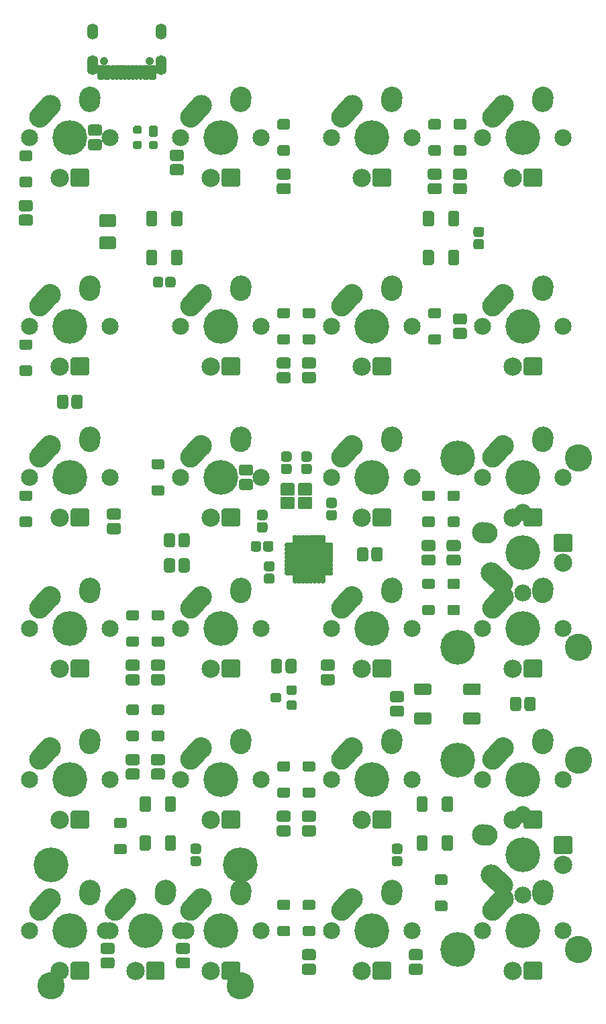
<source format=gbs>
G04 #@! TF.GenerationSoftware,KiCad,Pcbnew,(5.1.10)-1*
G04 #@! TF.CreationDate,2022-03-04T22:43:16+01:00*
G04 #@! TF.ProjectId,Voyager20,566f7961-6765-4723-9230-2e6b69636164,rev?*
G04 #@! TF.SameCoordinates,Original*
G04 #@! TF.FileFunction,Soldermask,Bot*
G04 #@! TF.FilePolarity,Negative*
%FSLAX46Y46*%
G04 Gerber Fmt 4.6, Leading zero omitted, Abs format (unit mm)*
G04 Created by KiCad (PCBNEW (5.1.10)-1) date 2022-03-04 22:43:16*
%MOMM*%
%LPD*%
G01*
G04 APERTURE LIST*
%ADD10C,2.150000*%
%ADD11C,2.305000*%
%ADD12C,2.650000*%
%ADD13C,4.387800*%
%ADD14O,1.400000X2.000000*%
%ADD15O,1.400000X2.500000*%
%ADD16C,1.050000*%
%ADD17C,3.448000*%
G04 APERTURE END LIST*
G36*
G01*
X53132500Y-27206250D02*
X51642500Y-27206250D01*
G75*
G02*
X51312500Y-26876250I0J330000D01*
G01*
X51312500Y-25886250D01*
G75*
G02*
X51642500Y-25556250I330000J0D01*
G01*
X53132500Y-25556250D01*
G75*
G02*
X53462500Y-25886250I0J-330000D01*
G01*
X53462500Y-26876250D01*
G75*
G02*
X53132500Y-27206250I-330000J0D01*
G01*
G37*
G36*
G01*
X53132500Y-30006250D02*
X51642500Y-30006250D01*
G75*
G02*
X51312500Y-29676250I0J330000D01*
G01*
X51312500Y-28686250D01*
G75*
G02*
X51642500Y-28356250I330000J0D01*
G01*
X53132500Y-28356250D01*
G75*
G02*
X53462500Y-28686250I0J-330000D01*
G01*
X53462500Y-29676250D01*
G75*
G02*
X53132500Y-30006250I-330000J0D01*
G01*
G37*
G36*
G01*
X74200000Y-62568750D02*
X74200000Y-61368750D01*
G75*
G02*
X74400000Y-61168750I200000J0D01*
G01*
X75800000Y-61168750D01*
G75*
G02*
X76000000Y-61368750I0J-200000D01*
G01*
X76000000Y-62568750D01*
G75*
G02*
X75800000Y-62768750I-200000J0D01*
G01*
X74400000Y-62768750D01*
G75*
G02*
X74200000Y-62568750I0J200000D01*
G01*
G37*
G36*
G01*
X76400000Y-62568750D02*
X76400000Y-61368750D01*
G75*
G02*
X76600000Y-61168750I200000J0D01*
G01*
X78000000Y-61168750D01*
G75*
G02*
X78200000Y-61368750I0J-200000D01*
G01*
X78200000Y-62568750D01*
G75*
G02*
X78000000Y-62768750I-200000J0D01*
G01*
X76600000Y-62768750D01*
G75*
G02*
X76400000Y-62568750I0J200000D01*
G01*
G37*
G36*
G01*
X76400000Y-60868750D02*
X76400000Y-59668750D01*
G75*
G02*
X76600000Y-59468750I200000J0D01*
G01*
X78000000Y-59468750D01*
G75*
G02*
X78200000Y-59668750I0J-200000D01*
G01*
X78200000Y-60868750D01*
G75*
G02*
X78000000Y-61068750I-200000J0D01*
G01*
X76600000Y-61068750D01*
G75*
G02*
X76400000Y-60868750I0J200000D01*
G01*
G37*
G36*
G01*
X74200000Y-60868750D02*
X74200000Y-59668750D01*
G75*
G02*
X74400000Y-59468750I200000J0D01*
G01*
X75800000Y-59468750D01*
G75*
G02*
X76000000Y-59668750I0J-200000D01*
G01*
X76000000Y-60868750D01*
G75*
G02*
X75800000Y-61068750I-200000J0D01*
G01*
X74400000Y-61068750D01*
G75*
G02*
X74200000Y-60868750I0J200000D01*
G01*
G37*
G36*
G01*
X75962500Y-67031250D02*
X79612500Y-67031250D01*
G75*
G02*
X79812500Y-67231250I0J-200000D01*
G01*
X79812500Y-70881250D01*
G75*
G02*
X79612500Y-71081250I-200000J0D01*
G01*
X75962500Y-71081250D01*
G75*
G02*
X75762500Y-70881250I0J200000D01*
G01*
X75762500Y-67231250D01*
G75*
G02*
X75962500Y-67031250I200000J0D01*
G01*
G37*
G36*
G01*
X74900000Y-66981250D02*
X75725000Y-66981250D01*
G75*
G02*
X75887500Y-67143750I0J-162500D01*
G01*
X75887500Y-67468750D01*
G75*
G02*
X75725000Y-67631250I-162500J0D01*
G01*
X74900000Y-67631250D01*
G75*
G02*
X74737500Y-67468750I0J162500D01*
G01*
X74737500Y-67143750D01*
G75*
G02*
X74900000Y-66981250I162500J0D01*
G01*
G37*
G36*
G01*
X74900000Y-67481250D02*
X75725000Y-67481250D01*
G75*
G02*
X75887500Y-67643750I0J-162500D01*
G01*
X75887500Y-67968750D01*
G75*
G02*
X75725000Y-68131250I-162500J0D01*
G01*
X74900000Y-68131250D01*
G75*
G02*
X74737500Y-67968750I0J162500D01*
G01*
X74737500Y-67643750D01*
G75*
G02*
X74900000Y-67481250I162500J0D01*
G01*
G37*
G36*
G01*
X74900000Y-67981250D02*
X75725000Y-67981250D01*
G75*
G02*
X75887500Y-68143750I0J-162500D01*
G01*
X75887500Y-68468750D01*
G75*
G02*
X75725000Y-68631250I-162500J0D01*
G01*
X74900000Y-68631250D01*
G75*
G02*
X74737500Y-68468750I0J162500D01*
G01*
X74737500Y-68143750D01*
G75*
G02*
X74900000Y-67981250I162500J0D01*
G01*
G37*
G36*
G01*
X74900000Y-68481250D02*
X75725000Y-68481250D01*
G75*
G02*
X75887500Y-68643750I0J-162500D01*
G01*
X75887500Y-68968750D01*
G75*
G02*
X75725000Y-69131250I-162500J0D01*
G01*
X74900000Y-69131250D01*
G75*
G02*
X74737500Y-68968750I0J162500D01*
G01*
X74737500Y-68643750D01*
G75*
G02*
X74900000Y-68481250I162500J0D01*
G01*
G37*
G36*
G01*
X74900000Y-68981250D02*
X75725000Y-68981250D01*
G75*
G02*
X75887500Y-69143750I0J-162500D01*
G01*
X75887500Y-69468750D01*
G75*
G02*
X75725000Y-69631250I-162500J0D01*
G01*
X74900000Y-69631250D01*
G75*
G02*
X74737500Y-69468750I0J162500D01*
G01*
X74737500Y-69143750D01*
G75*
G02*
X74900000Y-68981250I162500J0D01*
G01*
G37*
G36*
G01*
X74900000Y-69481250D02*
X75725000Y-69481250D01*
G75*
G02*
X75887500Y-69643750I0J-162500D01*
G01*
X75887500Y-69968750D01*
G75*
G02*
X75725000Y-70131250I-162500J0D01*
G01*
X74900000Y-70131250D01*
G75*
G02*
X74737500Y-69968750I0J162500D01*
G01*
X74737500Y-69643750D01*
G75*
G02*
X74900000Y-69481250I162500J0D01*
G01*
G37*
G36*
G01*
X74900000Y-69981250D02*
X75725000Y-69981250D01*
G75*
G02*
X75887500Y-70143750I0J-162500D01*
G01*
X75887500Y-70468750D01*
G75*
G02*
X75725000Y-70631250I-162500J0D01*
G01*
X74900000Y-70631250D01*
G75*
G02*
X74737500Y-70468750I0J162500D01*
G01*
X74737500Y-70143750D01*
G75*
G02*
X74900000Y-69981250I162500J0D01*
G01*
G37*
G36*
G01*
X74900000Y-70481250D02*
X75725000Y-70481250D01*
G75*
G02*
X75887500Y-70643750I0J-162500D01*
G01*
X75887500Y-70968750D01*
G75*
G02*
X75725000Y-71131250I-162500J0D01*
G01*
X74900000Y-71131250D01*
G75*
G02*
X74737500Y-70968750I0J162500D01*
G01*
X74737500Y-70643750D01*
G75*
G02*
X74900000Y-70481250I162500J0D01*
G01*
G37*
G36*
G01*
X75875000Y-70956250D02*
X76200000Y-70956250D01*
G75*
G02*
X76362500Y-71118750I0J-162500D01*
G01*
X76362500Y-71943750D01*
G75*
G02*
X76200000Y-72106250I-162500J0D01*
G01*
X75875000Y-72106250D01*
G75*
G02*
X75712500Y-71943750I0J162500D01*
G01*
X75712500Y-71118750D01*
G75*
G02*
X75875000Y-70956250I162500J0D01*
G01*
G37*
G36*
G01*
X76375000Y-70956250D02*
X76700000Y-70956250D01*
G75*
G02*
X76862500Y-71118750I0J-162500D01*
G01*
X76862500Y-71943750D01*
G75*
G02*
X76700000Y-72106250I-162500J0D01*
G01*
X76375000Y-72106250D01*
G75*
G02*
X76212500Y-71943750I0J162500D01*
G01*
X76212500Y-71118750D01*
G75*
G02*
X76375000Y-70956250I162500J0D01*
G01*
G37*
G36*
G01*
X76875000Y-70956250D02*
X77200000Y-70956250D01*
G75*
G02*
X77362500Y-71118750I0J-162500D01*
G01*
X77362500Y-71943750D01*
G75*
G02*
X77200000Y-72106250I-162500J0D01*
G01*
X76875000Y-72106250D01*
G75*
G02*
X76712500Y-71943750I0J162500D01*
G01*
X76712500Y-71118750D01*
G75*
G02*
X76875000Y-70956250I162500J0D01*
G01*
G37*
G36*
G01*
X77375000Y-70956250D02*
X77700000Y-70956250D01*
G75*
G02*
X77862500Y-71118750I0J-162500D01*
G01*
X77862500Y-71943750D01*
G75*
G02*
X77700000Y-72106250I-162500J0D01*
G01*
X77375000Y-72106250D01*
G75*
G02*
X77212500Y-71943750I0J162500D01*
G01*
X77212500Y-71118750D01*
G75*
G02*
X77375000Y-70956250I162500J0D01*
G01*
G37*
G36*
G01*
X77875000Y-70956250D02*
X78200000Y-70956250D01*
G75*
G02*
X78362500Y-71118750I0J-162500D01*
G01*
X78362500Y-71943750D01*
G75*
G02*
X78200000Y-72106250I-162500J0D01*
G01*
X77875000Y-72106250D01*
G75*
G02*
X77712500Y-71943750I0J162500D01*
G01*
X77712500Y-71118750D01*
G75*
G02*
X77875000Y-70956250I162500J0D01*
G01*
G37*
G36*
G01*
X78375000Y-70956250D02*
X78700000Y-70956250D01*
G75*
G02*
X78862500Y-71118750I0J-162500D01*
G01*
X78862500Y-71943750D01*
G75*
G02*
X78700000Y-72106250I-162500J0D01*
G01*
X78375000Y-72106250D01*
G75*
G02*
X78212500Y-71943750I0J162500D01*
G01*
X78212500Y-71118750D01*
G75*
G02*
X78375000Y-70956250I162500J0D01*
G01*
G37*
G36*
G01*
X78875000Y-70956250D02*
X79200000Y-70956250D01*
G75*
G02*
X79362500Y-71118750I0J-162500D01*
G01*
X79362500Y-71943750D01*
G75*
G02*
X79200000Y-72106250I-162500J0D01*
G01*
X78875000Y-72106250D01*
G75*
G02*
X78712500Y-71943750I0J162500D01*
G01*
X78712500Y-71118750D01*
G75*
G02*
X78875000Y-70956250I162500J0D01*
G01*
G37*
G36*
G01*
X79375000Y-70956250D02*
X79700000Y-70956250D01*
G75*
G02*
X79862500Y-71118750I0J-162500D01*
G01*
X79862500Y-71943750D01*
G75*
G02*
X79700000Y-72106250I-162500J0D01*
G01*
X79375000Y-72106250D01*
G75*
G02*
X79212500Y-71943750I0J162500D01*
G01*
X79212500Y-71118750D01*
G75*
G02*
X79375000Y-70956250I162500J0D01*
G01*
G37*
G36*
G01*
X79850000Y-70481250D02*
X80675000Y-70481250D01*
G75*
G02*
X80837500Y-70643750I0J-162500D01*
G01*
X80837500Y-70968750D01*
G75*
G02*
X80675000Y-71131250I-162500J0D01*
G01*
X79850000Y-71131250D01*
G75*
G02*
X79687500Y-70968750I0J162500D01*
G01*
X79687500Y-70643750D01*
G75*
G02*
X79850000Y-70481250I162500J0D01*
G01*
G37*
G36*
G01*
X79850000Y-69981250D02*
X80675000Y-69981250D01*
G75*
G02*
X80837500Y-70143750I0J-162500D01*
G01*
X80837500Y-70468750D01*
G75*
G02*
X80675000Y-70631250I-162500J0D01*
G01*
X79850000Y-70631250D01*
G75*
G02*
X79687500Y-70468750I0J162500D01*
G01*
X79687500Y-70143750D01*
G75*
G02*
X79850000Y-69981250I162500J0D01*
G01*
G37*
G36*
G01*
X79850000Y-69481250D02*
X80675000Y-69481250D01*
G75*
G02*
X80837500Y-69643750I0J-162500D01*
G01*
X80837500Y-69968750D01*
G75*
G02*
X80675000Y-70131250I-162500J0D01*
G01*
X79850000Y-70131250D01*
G75*
G02*
X79687500Y-69968750I0J162500D01*
G01*
X79687500Y-69643750D01*
G75*
G02*
X79850000Y-69481250I162500J0D01*
G01*
G37*
G36*
G01*
X79850000Y-68981250D02*
X80675000Y-68981250D01*
G75*
G02*
X80837500Y-69143750I0J-162500D01*
G01*
X80837500Y-69468750D01*
G75*
G02*
X80675000Y-69631250I-162500J0D01*
G01*
X79850000Y-69631250D01*
G75*
G02*
X79687500Y-69468750I0J162500D01*
G01*
X79687500Y-69143750D01*
G75*
G02*
X79850000Y-68981250I162500J0D01*
G01*
G37*
G36*
G01*
X79850000Y-68481250D02*
X80675000Y-68481250D01*
G75*
G02*
X80837500Y-68643750I0J-162500D01*
G01*
X80837500Y-68968750D01*
G75*
G02*
X80675000Y-69131250I-162500J0D01*
G01*
X79850000Y-69131250D01*
G75*
G02*
X79687500Y-68968750I0J162500D01*
G01*
X79687500Y-68643750D01*
G75*
G02*
X79850000Y-68481250I162500J0D01*
G01*
G37*
G36*
G01*
X79850000Y-67981250D02*
X80675000Y-67981250D01*
G75*
G02*
X80837500Y-68143750I0J-162500D01*
G01*
X80837500Y-68468750D01*
G75*
G02*
X80675000Y-68631250I-162500J0D01*
G01*
X79850000Y-68631250D01*
G75*
G02*
X79687500Y-68468750I0J162500D01*
G01*
X79687500Y-68143750D01*
G75*
G02*
X79850000Y-67981250I162500J0D01*
G01*
G37*
G36*
G01*
X79850000Y-67481250D02*
X80675000Y-67481250D01*
G75*
G02*
X80837500Y-67643750I0J-162500D01*
G01*
X80837500Y-67968750D01*
G75*
G02*
X80675000Y-68131250I-162500J0D01*
G01*
X79850000Y-68131250D01*
G75*
G02*
X79687500Y-67968750I0J162500D01*
G01*
X79687500Y-67643750D01*
G75*
G02*
X79850000Y-67481250I162500J0D01*
G01*
G37*
G36*
G01*
X79850000Y-66981250D02*
X80675000Y-66981250D01*
G75*
G02*
X80837500Y-67143750I0J-162500D01*
G01*
X80837500Y-67468750D01*
G75*
G02*
X80675000Y-67631250I-162500J0D01*
G01*
X79850000Y-67631250D01*
G75*
G02*
X79687500Y-67468750I0J162500D01*
G01*
X79687500Y-67143750D01*
G75*
G02*
X79850000Y-66981250I162500J0D01*
G01*
G37*
G36*
G01*
X79375000Y-66006250D02*
X79700000Y-66006250D01*
G75*
G02*
X79862500Y-66168750I0J-162500D01*
G01*
X79862500Y-66993750D01*
G75*
G02*
X79700000Y-67156250I-162500J0D01*
G01*
X79375000Y-67156250D01*
G75*
G02*
X79212500Y-66993750I0J162500D01*
G01*
X79212500Y-66168750D01*
G75*
G02*
X79375000Y-66006250I162500J0D01*
G01*
G37*
G36*
G01*
X78875000Y-66006250D02*
X79200000Y-66006250D01*
G75*
G02*
X79362500Y-66168750I0J-162500D01*
G01*
X79362500Y-66993750D01*
G75*
G02*
X79200000Y-67156250I-162500J0D01*
G01*
X78875000Y-67156250D01*
G75*
G02*
X78712500Y-66993750I0J162500D01*
G01*
X78712500Y-66168750D01*
G75*
G02*
X78875000Y-66006250I162500J0D01*
G01*
G37*
G36*
G01*
X78375000Y-66006250D02*
X78700000Y-66006250D01*
G75*
G02*
X78862500Y-66168750I0J-162500D01*
G01*
X78862500Y-66993750D01*
G75*
G02*
X78700000Y-67156250I-162500J0D01*
G01*
X78375000Y-67156250D01*
G75*
G02*
X78212500Y-66993750I0J162500D01*
G01*
X78212500Y-66168750D01*
G75*
G02*
X78375000Y-66006250I162500J0D01*
G01*
G37*
G36*
G01*
X77875000Y-66006250D02*
X78200000Y-66006250D01*
G75*
G02*
X78362500Y-66168750I0J-162500D01*
G01*
X78362500Y-66993750D01*
G75*
G02*
X78200000Y-67156250I-162500J0D01*
G01*
X77875000Y-67156250D01*
G75*
G02*
X77712500Y-66993750I0J162500D01*
G01*
X77712500Y-66168750D01*
G75*
G02*
X77875000Y-66006250I162500J0D01*
G01*
G37*
G36*
G01*
X77375000Y-66006250D02*
X77700000Y-66006250D01*
G75*
G02*
X77862500Y-66168750I0J-162500D01*
G01*
X77862500Y-66993750D01*
G75*
G02*
X77700000Y-67156250I-162500J0D01*
G01*
X77375000Y-67156250D01*
G75*
G02*
X77212500Y-66993750I0J162500D01*
G01*
X77212500Y-66168750D01*
G75*
G02*
X77375000Y-66006250I162500J0D01*
G01*
G37*
G36*
G01*
X76875000Y-66006250D02*
X77200000Y-66006250D01*
G75*
G02*
X77362500Y-66168750I0J-162500D01*
G01*
X77362500Y-66993750D01*
G75*
G02*
X77200000Y-67156250I-162500J0D01*
G01*
X76875000Y-67156250D01*
G75*
G02*
X76712500Y-66993750I0J162500D01*
G01*
X76712500Y-66168750D01*
G75*
G02*
X76875000Y-66006250I162500J0D01*
G01*
G37*
G36*
G01*
X76375000Y-66006250D02*
X76700000Y-66006250D01*
G75*
G02*
X76862500Y-66168750I0J-162500D01*
G01*
X76862500Y-66993750D01*
G75*
G02*
X76700000Y-67156250I-162500J0D01*
G01*
X76375000Y-67156250D01*
G75*
G02*
X76212500Y-66993750I0J162500D01*
G01*
X76212500Y-66168750D01*
G75*
G02*
X76375000Y-66006250I162500J0D01*
G01*
G37*
G36*
G01*
X75875000Y-66006250D02*
X76200000Y-66006250D01*
G75*
G02*
X76362500Y-66168750I0J-162500D01*
G01*
X76362500Y-66993750D01*
G75*
G02*
X76200000Y-67156250I-162500J0D01*
G01*
X75875000Y-67156250D01*
G75*
G02*
X75712500Y-66993750I0J162500D01*
G01*
X75712500Y-66168750D01*
G75*
G02*
X75875000Y-66006250I162500J0D01*
G01*
G37*
G36*
G01*
X97389941Y-21231250D02*
X96285059Y-21231250D01*
G75*
G02*
X95937500Y-20883691I0J347559D01*
G01*
X95937500Y-20153809D01*
G75*
G02*
X96285059Y-19806250I347559J0D01*
G01*
X97389941Y-19806250D01*
G75*
G02*
X97737500Y-20153809I0J-347559D01*
G01*
X97737500Y-20883691D01*
G75*
G02*
X97389941Y-21231250I-347559J0D01*
G01*
G37*
G36*
G01*
X97389941Y-23056250D02*
X96285059Y-23056250D01*
G75*
G02*
X95937500Y-22708691I0J347559D01*
G01*
X95937500Y-21978809D01*
G75*
G02*
X96285059Y-21631250I347559J0D01*
G01*
X97389941Y-21631250D01*
G75*
G02*
X97737500Y-21978809I0J-347559D01*
G01*
X97737500Y-22708691D01*
G75*
G02*
X97389941Y-23056250I-347559J0D01*
G01*
G37*
G36*
G01*
X94214941Y-21231250D02*
X93110059Y-21231250D01*
G75*
G02*
X92762500Y-20883691I0J347559D01*
G01*
X92762500Y-20153809D01*
G75*
G02*
X93110059Y-19806250I347559J0D01*
G01*
X94214941Y-19806250D01*
G75*
G02*
X94562500Y-20153809I0J-347559D01*
G01*
X94562500Y-20883691D01*
G75*
G02*
X94214941Y-21231250I-347559J0D01*
G01*
G37*
G36*
G01*
X94214941Y-23056250D02*
X93110059Y-23056250D01*
G75*
G02*
X92762500Y-22708691I0J347559D01*
G01*
X92762500Y-21978809D01*
G75*
G02*
X93110059Y-21631250I347559J0D01*
G01*
X94214941Y-21631250D01*
G75*
G02*
X94562500Y-21978809I0J-347559D01*
G01*
X94562500Y-22708691D01*
G75*
G02*
X94214941Y-23056250I-347559J0D01*
G01*
G37*
G36*
G01*
X75164941Y-21231250D02*
X74060059Y-21231250D01*
G75*
G02*
X73712500Y-20883691I0J347559D01*
G01*
X73712500Y-20153809D01*
G75*
G02*
X74060059Y-19806250I347559J0D01*
G01*
X75164941Y-19806250D01*
G75*
G02*
X75512500Y-20153809I0J-347559D01*
G01*
X75512500Y-20883691D01*
G75*
G02*
X75164941Y-21231250I-347559J0D01*
G01*
G37*
G36*
G01*
X75164941Y-23056250D02*
X74060059Y-23056250D01*
G75*
G02*
X73712500Y-22708691I0J347559D01*
G01*
X73712500Y-21978809D01*
G75*
G02*
X74060059Y-21631250I347559J0D01*
G01*
X75164941Y-21631250D01*
G75*
G02*
X75512500Y-21978809I0J-347559D01*
G01*
X75512500Y-22708691D01*
G75*
G02*
X75164941Y-23056250I-347559J0D01*
G01*
G37*
G36*
G01*
X42621191Y-25200000D02*
X41516309Y-25200000D01*
G75*
G02*
X41168750Y-24852441I0J347559D01*
G01*
X41168750Y-24122559D01*
G75*
G02*
X41516309Y-23775000I347559J0D01*
G01*
X42621191Y-23775000D01*
G75*
G02*
X42968750Y-24122559I0J-347559D01*
G01*
X42968750Y-24852441D01*
G75*
G02*
X42621191Y-25200000I-347559J0D01*
G01*
G37*
G36*
G01*
X42621191Y-27025000D02*
X41516309Y-27025000D01*
G75*
G02*
X41168750Y-26677441I0J347559D01*
G01*
X41168750Y-25947559D01*
G75*
G02*
X41516309Y-25600000I347559J0D01*
G01*
X42621191Y-25600000D01*
G75*
G02*
X42968750Y-25947559I0J-347559D01*
G01*
X42968750Y-26677441D01*
G75*
G02*
X42621191Y-27025000I-347559J0D01*
G01*
G37*
G36*
G01*
X74412500Y-81997559D02*
X74412500Y-83102441D01*
G75*
G02*
X74064941Y-83450000I-347559J0D01*
G01*
X73335059Y-83450000D01*
G75*
G02*
X72987500Y-83102441I0J347559D01*
G01*
X72987500Y-81997559D01*
G75*
G02*
X73335059Y-81650000I347559J0D01*
G01*
X74064941Y-81650000D01*
G75*
G02*
X74412500Y-81997559I0J-347559D01*
G01*
G37*
G36*
G01*
X76237500Y-81997559D02*
X76237500Y-83102441D01*
G75*
G02*
X75889941Y-83450000I-347559J0D01*
G01*
X75160059Y-83450000D01*
G75*
G02*
X74812500Y-83102441I0J347559D01*
G01*
X74812500Y-81997559D01*
G75*
G02*
X75160059Y-81650000I347559J0D01*
G01*
X75889941Y-81650000D01*
G75*
G02*
X76237500Y-81997559I0J-347559D01*
G01*
G37*
G36*
G01*
X91833691Y-119656250D02*
X90728809Y-119656250D01*
G75*
G02*
X90381250Y-119308691I0J347559D01*
G01*
X90381250Y-118578809D01*
G75*
G02*
X90728809Y-118231250I347559J0D01*
G01*
X91833691Y-118231250D01*
G75*
G02*
X92181250Y-118578809I0J-347559D01*
G01*
X92181250Y-119308691D01*
G75*
G02*
X91833691Y-119656250I-347559J0D01*
G01*
G37*
G36*
G01*
X91833691Y-121481250D02*
X90728809Y-121481250D01*
G75*
G02*
X90381250Y-121133691I0J347559D01*
G01*
X90381250Y-120403809D01*
G75*
G02*
X90728809Y-120056250I347559J0D01*
G01*
X91833691Y-120056250D01*
G75*
G02*
X92181250Y-120403809I0J-347559D01*
G01*
X92181250Y-121133691D01*
G75*
G02*
X91833691Y-121481250I-347559J0D01*
G01*
G37*
G36*
G01*
X78339941Y-119656250D02*
X77235059Y-119656250D01*
G75*
G02*
X76887500Y-119308691I0J347559D01*
G01*
X76887500Y-118578809D01*
G75*
G02*
X77235059Y-118231250I347559J0D01*
G01*
X78339941Y-118231250D01*
G75*
G02*
X78687500Y-118578809I0J-347559D01*
G01*
X78687500Y-119308691D01*
G75*
G02*
X78339941Y-119656250I-347559J0D01*
G01*
G37*
G36*
G01*
X78339941Y-121481250D02*
X77235059Y-121481250D01*
G75*
G02*
X76887500Y-121133691I0J347559D01*
G01*
X76887500Y-120403809D01*
G75*
G02*
X77235059Y-120056250I347559J0D01*
G01*
X78339941Y-120056250D01*
G75*
G02*
X78687500Y-120403809I0J-347559D01*
G01*
X78687500Y-121133691D01*
G75*
G02*
X78339941Y-121481250I-347559J0D01*
G01*
G37*
G36*
G01*
X62464941Y-118862500D02*
X61360059Y-118862500D01*
G75*
G02*
X61012500Y-118514941I0J347559D01*
G01*
X61012500Y-117785059D01*
G75*
G02*
X61360059Y-117437500I347559J0D01*
G01*
X62464941Y-117437500D01*
G75*
G02*
X62812500Y-117785059I0J-347559D01*
G01*
X62812500Y-118514941D01*
G75*
G02*
X62464941Y-118862500I-347559J0D01*
G01*
G37*
G36*
G01*
X62464941Y-120687500D02*
X61360059Y-120687500D01*
G75*
G02*
X61012500Y-120339941I0J347559D01*
G01*
X61012500Y-119610059D01*
G75*
G02*
X61360059Y-119262500I347559J0D01*
G01*
X62464941Y-119262500D01*
G75*
G02*
X62812500Y-119610059I0J-347559D01*
G01*
X62812500Y-120339941D01*
G75*
G02*
X62464941Y-120687500I-347559J0D01*
G01*
G37*
G36*
G01*
X52939941Y-118862500D02*
X51835059Y-118862500D01*
G75*
G02*
X51487500Y-118514941I0J347559D01*
G01*
X51487500Y-117785059D01*
G75*
G02*
X51835059Y-117437500I347559J0D01*
G01*
X52939941Y-117437500D01*
G75*
G02*
X53287500Y-117785059I0J-347559D01*
G01*
X53287500Y-118514941D01*
G75*
G02*
X52939941Y-118862500I-347559J0D01*
G01*
G37*
G36*
G01*
X52939941Y-120687500D02*
X51835059Y-120687500D01*
G75*
G02*
X51487500Y-120339941I0J347559D01*
G01*
X51487500Y-119610059D01*
G75*
G02*
X51835059Y-119262500I347559J0D01*
G01*
X52939941Y-119262500D01*
G75*
G02*
X53287500Y-119610059I0J-347559D01*
G01*
X53287500Y-120339941D01*
G75*
G02*
X52939941Y-120687500I-347559J0D01*
G01*
G37*
G36*
G01*
X75164941Y-102193750D02*
X74060059Y-102193750D01*
G75*
G02*
X73712500Y-101846191I0J347559D01*
G01*
X73712500Y-101116309D01*
G75*
G02*
X74060059Y-100768750I347559J0D01*
G01*
X75164941Y-100768750D01*
G75*
G02*
X75512500Y-101116309I0J-347559D01*
G01*
X75512500Y-101846191D01*
G75*
G02*
X75164941Y-102193750I-347559J0D01*
G01*
G37*
G36*
G01*
X75164941Y-104018750D02*
X74060059Y-104018750D01*
G75*
G02*
X73712500Y-103671191I0J347559D01*
G01*
X73712500Y-102941309D01*
G75*
G02*
X74060059Y-102593750I347559J0D01*
G01*
X75164941Y-102593750D01*
G75*
G02*
X75512500Y-102941309I0J-347559D01*
G01*
X75512500Y-103671191D01*
G75*
G02*
X75164941Y-104018750I-347559J0D01*
G01*
G37*
G36*
G01*
X78339941Y-102193750D02*
X77235059Y-102193750D01*
G75*
G02*
X76887500Y-101846191I0J347559D01*
G01*
X76887500Y-101116309D01*
G75*
G02*
X77235059Y-100768750I347559J0D01*
G01*
X78339941Y-100768750D01*
G75*
G02*
X78687500Y-101116309I0J-347559D01*
G01*
X78687500Y-101846191D01*
G75*
G02*
X78339941Y-102193750I-347559J0D01*
G01*
G37*
G36*
G01*
X78339941Y-104018750D02*
X77235059Y-104018750D01*
G75*
G02*
X76887500Y-103671191I0J347559D01*
G01*
X76887500Y-102941309D01*
G75*
G02*
X77235059Y-102593750I347559J0D01*
G01*
X78339941Y-102593750D01*
G75*
G02*
X78687500Y-102941309I0J-347559D01*
G01*
X78687500Y-103671191D01*
G75*
G02*
X78339941Y-104018750I-347559J0D01*
G01*
G37*
G36*
G01*
X59289941Y-95050000D02*
X58185059Y-95050000D01*
G75*
G02*
X57837500Y-94702441I0J347559D01*
G01*
X57837500Y-93972559D01*
G75*
G02*
X58185059Y-93625000I347559J0D01*
G01*
X59289941Y-93625000D01*
G75*
G02*
X59637500Y-93972559I0J-347559D01*
G01*
X59637500Y-94702441D01*
G75*
G02*
X59289941Y-95050000I-347559J0D01*
G01*
G37*
G36*
G01*
X59289941Y-96875000D02*
X58185059Y-96875000D01*
G75*
G02*
X57837500Y-96527441I0J347559D01*
G01*
X57837500Y-95797559D01*
G75*
G02*
X58185059Y-95450000I347559J0D01*
G01*
X59289941Y-95450000D01*
G75*
G02*
X59637500Y-95797559I0J-347559D01*
G01*
X59637500Y-96527441D01*
G75*
G02*
X59289941Y-96875000I-347559J0D01*
G01*
G37*
G36*
G01*
X56114941Y-95050000D02*
X55010059Y-95050000D01*
G75*
G02*
X54662500Y-94702441I0J347559D01*
G01*
X54662500Y-93972559D01*
G75*
G02*
X55010059Y-93625000I347559J0D01*
G01*
X56114941Y-93625000D01*
G75*
G02*
X56462500Y-93972559I0J-347559D01*
G01*
X56462500Y-94702441D01*
G75*
G02*
X56114941Y-95050000I-347559J0D01*
G01*
G37*
G36*
G01*
X56114941Y-96875000D02*
X55010059Y-96875000D01*
G75*
G02*
X54662500Y-96527441I0J347559D01*
G01*
X54662500Y-95797559D01*
G75*
G02*
X55010059Y-95450000I347559J0D01*
G01*
X56114941Y-95450000D01*
G75*
G02*
X56462500Y-95797559I0J-347559D01*
G01*
X56462500Y-96527441D01*
G75*
G02*
X56114941Y-96875000I-347559J0D01*
G01*
G37*
G36*
G01*
X104575000Y-86760059D02*
X104575000Y-87864941D01*
G75*
G02*
X104227441Y-88212500I-347559J0D01*
G01*
X103497559Y-88212500D01*
G75*
G02*
X103150000Y-87864941I0J347559D01*
G01*
X103150000Y-86760059D01*
G75*
G02*
X103497559Y-86412500I347559J0D01*
G01*
X104227441Y-86412500D01*
G75*
G02*
X104575000Y-86760059I0J-347559D01*
G01*
G37*
G36*
G01*
X106400000Y-86760059D02*
X106400000Y-87864941D01*
G75*
G02*
X106052441Y-88212500I-347559J0D01*
G01*
X105322559Y-88212500D01*
G75*
G02*
X104975000Y-87864941I0J347559D01*
G01*
X104975000Y-86760059D01*
G75*
G02*
X105322559Y-86412500I347559J0D01*
G01*
X106052441Y-86412500D01*
G75*
G02*
X106400000Y-86760059I0J-347559D01*
G01*
G37*
G36*
G01*
X80721191Y-83143750D02*
X79616309Y-83143750D01*
G75*
G02*
X79268750Y-82796191I0J347559D01*
G01*
X79268750Y-82066309D01*
G75*
G02*
X79616309Y-81718750I347559J0D01*
G01*
X80721191Y-81718750D01*
G75*
G02*
X81068750Y-82066309I0J-347559D01*
G01*
X81068750Y-82796191D01*
G75*
G02*
X80721191Y-83143750I-347559J0D01*
G01*
G37*
G36*
G01*
X80721191Y-84968750D02*
X79616309Y-84968750D01*
G75*
G02*
X79268750Y-84621191I0J347559D01*
G01*
X79268750Y-83891309D01*
G75*
G02*
X79616309Y-83543750I347559J0D01*
G01*
X80721191Y-83543750D01*
G75*
G02*
X81068750Y-83891309I0J-347559D01*
G01*
X81068750Y-84621191D01*
G75*
G02*
X80721191Y-84968750I-347559J0D01*
G01*
G37*
G36*
G01*
X59289941Y-83143750D02*
X58185059Y-83143750D01*
G75*
G02*
X57837500Y-82796191I0J347559D01*
G01*
X57837500Y-82066309D01*
G75*
G02*
X58185059Y-81718750I347559J0D01*
G01*
X59289941Y-81718750D01*
G75*
G02*
X59637500Y-82066309I0J-347559D01*
G01*
X59637500Y-82796191D01*
G75*
G02*
X59289941Y-83143750I-347559J0D01*
G01*
G37*
G36*
G01*
X59289941Y-84968750D02*
X58185059Y-84968750D01*
G75*
G02*
X57837500Y-84621191I0J347559D01*
G01*
X57837500Y-83891309D01*
G75*
G02*
X58185059Y-83543750I347559J0D01*
G01*
X59289941Y-83543750D01*
G75*
G02*
X59637500Y-83891309I0J-347559D01*
G01*
X59637500Y-84621191D01*
G75*
G02*
X59289941Y-84968750I-347559J0D01*
G01*
G37*
G36*
G01*
X56114941Y-83143750D02*
X55010059Y-83143750D01*
G75*
G02*
X54662500Y-82796191I0J347559D01*
G01*
X54662500Y-82066309D01*
G75*
G02*
X55010059Y-81718750I347559J0D01*
G01*
X56114941Y-81718750D01*
G75*
G02*
X56462500Y-82066309I0J-347559D01*
G01*
X56462500Y-82796191D01*
G75*
G02*
X56114941Y-83143750I-347559J0D01*
G01*
G37*
G36*
G01*
X56114941Y-84968750D02*
X55010059Y-84968750D01*
G75*
G02*
X54662500Y-84621191I0J347559D01*
G01*
X54662500Y-83891309D01*
G75*
G02*
X55010059Y-83543750I347559J0D01*
G01*
X56114941Y-83543750D01*
G75*
G02*
X56462500Y-83891309I0J-347559D01*
G01*
X56462500Y-84621191D01*
G75*
G02*
X56114941Y-84968750I-347559J0D01*
G01*
G37*
G36*
G01*
X96596191Y-68062500D02*
X95491309Y-68062500D01*
G75*
G02*
X95143750Y-67714941I0J347559D01*
G01*
X95143750Y-66985059D01*
G75*
G02*
X95491309Y-66637500I347559J0D01*
G01*
X96596191Y-66637500D01*
G75*
G02*
X96943750Y-66985059I0J-347559D01*
G01*
X96943750Y-67714941D01*
G75*
G02*
X96596191Y-68062500I-347559J0D01*
G01*
G37*
G36*
G01*
X96596191Y-69887500D02*
X95491309Y-69887500D01*
G75*
G02*
X95143750Y-69539941I0J347559D01*
G01*
X95143750Y-68810059D01*
G75*
G02*
X95491309Y-68462500I347559J0D01*
G01*
X96596191Y-68462500D01*
G75*
G02*
X96943750Y-68810059I0J-347559D01*
G01*
X96943750Y-69539941D01*
G75*
G02*
X96596191Y-69887500I-347559J0D01*
G01*
G37*
G36*
G01*
X93421191Y-68062500D02*
X92316309Y-68062500D01*
G75*
G02*
X91968750Y-67714941I0J347559D01*
G01*
X91968750Y-66985059D01*
G75*
G02*
X92316309Y-66637500I347559J0D01*
G01*
X93421191Y-66637500D01*
G75*
G02*
X93768750Y-66985059I0J-347559D01*
G01*
X93768750Y-67714941D01*
G75*
G02*
X93421191Y-68062500I-347559J0D01*
G01*
G37*
G36*
G01*
X93421191Y-69887500D02*
X92316309Y-69887500D01*
G75*
G02*
X91968750Y-69539941I0J347559D01*
G01*
X91968750Y-68810059D01*
G75*
G02*
X92316309Y-68462500I347559J0D01*
G01*
X93421191Y-68462500D01*
G75*
G02*
X93768750Y-68810059I0J-347559D01*
G01*
X93768750Y-69539941D01*
G75*
G02*
X93421191Y-69887500I-347559J0D01*
G01*
G37*
G36*
G01*
X70402441Y-58537500D02*
X69297559Y-58537500D01*
G75*
G02*
X68950000Y-58189941I0J347559D01*
G01*
X68950000Y-57460059D01*
G75*
G02*
X69297559Y-57112500I347559J0D01*
G01*
X70402441Y-57112500D01*
G75*
G02*
X70750000Y-57460059I0J-347559D01*
G01*
X70750000Y-58189941D01*
G75*
G02*
X70402441Y-58537500I-347559J0D01*
G01*
G37*
G36*
G01*
X70402441Y-60362500D02*
X69297559Y-60362500D01*
G75*
G02*
X68950000Y-60014941I0J347559D01*
G01*
X68950000Y-59285059D01*
G75*
G02*
X69297559Y-58937500I347559J0D01*
G01*
X70402441Y-58937500D01*
G75*
G02*
X70750000Y-59285059I0J-347559D01*
G01*
X70750000Y-60014941D01*
G75*
G02*
X70402441Y-60362500I-347559J0D01*
G01*
G37*
G36*
G01*
X53733691Y-64093750D02*
X52628809Y-64093750D01*
G75*
G02*
X52281250Y-63746191I0J347559D01*
G01*
X52281250Y-63016309D01*
G75*
G02*
X52628809Y-62668750I347559J0D01*
G01*
X53733691Y-62668750D01*
G75*
G02*
X54081250Y-63016309I0J-347559D01*
G01*
X54081250Y-63746191D01*
G75*
G02*
X53733691Y-64093750I-347559J0D01*
G01*
G37*
G36*
G01*
X53733691Y-65918750D02*
X52628809Y-65918750D01*
G75*
G02*
X52281250Y-65571191I0J347559D01*
G01*
X52281250Y-64841309D01*
G75*
G02*
X52628809Y-64493750I347559J0D01*
G01*
X53733691Y-64493750D01*
G75*
G02*
X54081250Y-64841309I0J-347559D01*
G01*
X54081250Y-65571191D01*
G75*
G02*
X53733691Y-65918750I-347559J0D01*
G01*
G37*
G36*
G01*
X97389941Y-39487500D02*
X96285059Y-39487500D01*
G75*
G02*
X95937500Y-39139941I0J347559D01*
G01*
X95937500Y-38410059D01*
G75*
G02*
X96285059Y-38062500I347559J0D01*
G01*
X97389941Y-38062500D01*
G75*
G02*
X97737500Y-38410059I0J-347559D01*
G01*
X97737500Y-39139941D01*
G75*
G02*
X97389941Y-39487500I-347559J0D01*
G01*
G37*
G36*
G01*
X97389941Y-41312500D02*
X96285059Y-41312500D01*
G75*
G02*
X95937500Y-40964941I0J347559D01*
G01*
X95937500Y-40235059D01*
G75*
G02*
X96285059Y-39887500I347559J0D01*
G01*
X97389941Y-39887500D01*
G75*
G02*
X97737500Y-40235059I0J-347559D01*
G01*
X97737500Y-40964941D01*
G75*
G02*
X97389941Y-41312500I-347559J0D01*
G01*
G37*
G36*
G01*
X78339941Y-45043750D02*
X77235059Y-45043750D01*
G75*
G02*
X76887500Y-44696191I0J347559D01*
G01*
X76887500Y-43966309D01*
G75*
G02*
X77235059Y-43618750I347559J0D01*
G01*
X78339941Y-43618750D01*
G75*
G02*
X78687500Y-43966309I0J-347559D01*
G01*
X78687500Y-44696191D01*
G75*
G02*
X78339941Y-45043750I-347559J0D01*
G01*
G37*
G36*
G01*
X78339941Y-46868750D02*
X77235059Y-46868750D01*
G75*
G02*
X76887500Y-46521191I0J347559D01*
G01*
X76887500Y-45791309D01*
G75*
G02*
X77235059Y-45443750I347559J0D01*
G01*
X78339941Y-45443750D01*
G75*
G02*
X78687500Y-45791309I0J-347559D01*
G01*
X78687500Y-46521191D01*
G75*
G02*
X78339941Y-46868750I-347559J0D01*
G01*
G37*
G36*
G01*
X75164941Y-45043750D02*
X74060059Y-45043750D01*
G75*
G02*
X73712500Y-44696191I0J347559D01*
G01*
X73712500Y-43966309D01*
G75*
G02*
X74060059Y-43618750I347559J0D01*
G01*
X75164941Y-43618750D01*
G75*
G02*
X75512500Y-43966309I0J-347559D01*
G01*
X75512500Y-44696191D01*
G75*
G02*
X75164941Y-45043750I-347559J0D01*
G01*
G37*
G36*
G01*
X75164941Y-46868750D02*
X74060059Y-46868750D01*
G75*
G02*
X73712500Y-46521191I0J347559D01*
G01*
X73712500Y-45791309D01*
G75*
G02*
X74060059Y-45443750I347559J0D01*
G01*
X75164941Y-45443750D01*
G75*
G02*
X75512500Y-45791309I0J-347559D01*
G01*
X75512500Y-46521191D01*
G75*
G02*
X75164941Y-46868750I-347559J0D01*
G01*
G37*
G36*
G01*
X47425000Y-48660059D02*
X47425000Y-49764941D01*
G75*
G02*
X47077441Y-50112500I-347559J0D01*
G01*
X46347559Y-50112500D01*
G75*
G02*
X46000000Y-49764941I0J347559D01*
G01*
X46000000Y-48660059D01*
G75*
G02*
X46347559Y-48312500I347559J0D01*
G01*
X47077441Y-48312500D01*
G75*
G02*
X47425000Y-48660059I0J-347559D01*
G01*
G37*
G36*
G01*
X49250000Y-48660059D02*
X49250000Y-49764941D01*
G75*
G02*
X48902441Y-50112500I-347559J0D01*
G01*
X48172559Y-50112500D01*
G75*
G02*
X47825000Y-49764941I0J347559D01*
G01*
X47825000Y-48660059D01*
G75*
G02*
X48172559Y-48312500I347559J0D01*
G01*
X48902441Y-48312500D01*
G75*
G02*
X49250000Y-48660059I0J-347559D01*
G01*
G37*
G36*
G01*
X50247559Y-16075000D02*
X51352441Y-16075000D01*
G75*
G02*
X51700000Y-16422559I0J-347559D01*
G01*
X51700000Y-17152441D01*
G75*
G02*
X51352441Y-17500000I-347559J0D01*
G01*
X50247559Y-17500000D01*
G75*
G02*
X49900000Y-17152441I0J347559D01*
G01*
X49900000Y-16422559D01*
G75*
G02*
X50247559Y-16075000I347559J0D01*
G01*
G37*
G36*
G01*
X50247559Y-14250000D02*
X51352441Y-14250000D01*
G75*
G02*
X51700000Y-14597559I0J-347559D01*
G01*
X51700000Y-15327441D01*
G75*
G02*
X51352441Y-15675000I-347559J0D01*
G01*
X50247559Y-15675000D01*
G75*
G02*
X49900000Y-15327441I0J347559D01*
G01*
X49900000Y-14597559D01*
G75*
G02*
X50247559Y-14250000I347559J0D01*
G01*
G37*
G36*
G01*
X85271000Y-67900559D02*
X85271000Y-69005441D01*
G75*
G02*
X84923441Y-69353000I-347559J0D01*
G01*
X84193559Y-69353000D01*
G75*
G02*
X83846000Y-69005441I0J347559D01*
G01*
X83846000Y-67900559D01*
G75*
G02*
X84193559Y-67553000I347559J0D01*
G01*
X84923441Y-67553000D01*
G75*
G02*
X85271000Y-67900559I0J-347559D01*
G01*
G37*
G36*
G01*
X87096000Y-67900559D02*
X87096000Y-69005441D01*
G75*
G02*
X86748441Y-69353000I-347559J0D01*
G01*
X86018559Y-69353000D01*
G75*
G02*
X85671000Y-69005441I0J347559D01*
G01*
X85671000Y-67900559D01*
G75*
G02*
X86018559Y-67553000I347559J0D01*
G01*
X86748441Y-67553000D01*
G75*
G02*
X87096000Y-67900559I0J-347559D01*
G01*
G37*
G36*
G01*
X60566309Y-19250000D02*
X61671191Y-19250000D01*
G75*
G02*
X62018750Y-19597559I0J-347559D01*
G01*
X62018750Y-20327441D01*
G75*
G02*
X61671191Y-20675000I-347559J0D01*
G01*
X60566309Y-20675000D01*
G75*
G02*
X60218750Y-20327441I0J347559D01*
G01*
X60218750Y-19597559D01*
G75*
G02*
X60566309Y-19250000I347559J0D01*
G01*
G37*
G36*
G01*
X60566309Y-17425000D02*
X61671191Y-17425000D01*
G75*
G02*
X62018750Y-17772559I0J-347559D01*
G01*
X62018750Y-18502441D01*
G75*
G02*
X61671191Y-18850000I-347559J0D01*
G01*
X60566309Y-18850000D01*
G75*
G02*
X60218750Y-18502441I0J347559D01*
G01*
X60218750Y-17772559D01*
G75*
G02*
X60566309Y-17425000I347559J0D01*
G01*
G37*
G36*
G01*
X61318750Y-70402441D02*
X61318750Y-69297559D01*
G75*
G02*
X61666309Y-68950000I347559J0D01*
G01*
X62396191Y-68950000D01*
G75*
G02*
X62743750Y-69297559I0J-347559D01*
G01*
X62743750Y-70402441D01*
G75*
G02*
X62396191Y-70750000I-347559J0D01*
G01*
X61666309Y-70750000D01*
G75*
G02*
X61318750Y-70402441I0J347559D01*
G01*
G37*
G36*
G01*
X59493750Y-70402441D02*
X59493750Y-69297559D01*
G75*
G02*
X59841309Y-68950000I347559J0D01*
G01*
X60571191Y-68950000D01*
G75*
G02*
X60918750Y-69297559I0J-347559D01*
G01*
X60918750Y-70402441D01*
G75*
G02*
X60571191Y-70750000I-347559J0D01*
G01*
X59841309Y-70750000D01*
G75*
G02*
X59493750Y-70402441I0J347559D01*
G01*
G37*
G36*
G01*
X60918750Y-66122559D02*
X60918750Y-67227441D01*
G75*
G02*
X60571191Y-67575000I-347559J0D01*
G01*
X59841309Y-67575000D01*
G75*
G02*
X59493750Y-67227441I0J347559D01*
G01*
X59493750Y-66122559D01*
G75*
G02*
X59841309Y-65775000I347559J0D01*
G01*
X60571191Y-65775000D01*
G75*
G02*
X60918750Y-66122559I0J-347559D01*
G01*
G37*
G36*
G01*
X62743750Y-66122559D02*
X62743750Y-67227441D01*
G75*
G02*
X62396191Y-67575000I-347559J0D01*
G01*
X61666309Y-67575000D01*
G75*
G02*
X61318750Y-67227441I0J347559D01*
G01*
X61318750Y-66122559D01*
G75*
G02*
X61666309Y-65775000I347559J0D01*
G01*
X62396191Y-65775000D01*
G75*
G02*
X62743750Y-66122559I0J-347559D01*
G01*
G37*
G36*
G01*
X88347559Y-87512500D02*
X89452441Y-87512500D01*
G75*
G02*
X89800000Y-87860059I0J-347559D01*
G01*
X89800000Y-88589941D01*
G75*
G02*
X89452441Y-88937500I-347559J0D01*
G01*
X88347559Y-88937500D01*
G75*
G02*
X88000000Y-88589941I0J347559D01*
G01*
X88000000Y-87860059D01*
G75*
G02*
X88347559Y-87512500I347559J0D01*
G01*
G37*
G36*
G01*
X88347559Y-85687500D02*
X89452441Y-85687500D01*
G75*
G02*
X89800000Y-86035059I0J-347559D01*
G01*
X89800000Y-86764941D01*
G75*
G02*
X89452441Y-87112500I-347559J0D01*
G01*
X88347559Y-87112500D01*
G75*
G02*
X88000000Y-86764941I0J347559D01*
G01*
X88000000Y-86035059D01*
G75*
G02*
X88347559Y-85687500I347559J0D01*
G01*
G37*
G36*
G01*
X74262500Y-86118750D02*
X74262500Y-86918750D01*
G75*
G02*
X74062500Y-87118750I-200000J0D01*
G01*
X73162500Y-87118750D01*
G75*
G02*
X72962500Y-86918750I0J200000D01*
G01*
X72962500Y-86118750D01*
G75*
G02*
X73162500Y-85918750I200000J0D01*
G01*
X74062500Y-85918750D01*
G75*
G02*
X74262500Y-86118750I0J-200000D01*
G01*
G37*
G36*
G01*
X76262500Y-87068750D02*
X76262500Y-87868750D01*
G75*
G02*
X76062500Y-88068750I-200000J0D01*
G01*
X75162500Y-88068750D01*
G75*
G02*
X74962500Y-87868750I0J200000D01*
G01*
X74962500Y-87068750D01*
G75*
G02*
X75162500Y-86868750I200000J0D01*
G01*
X76062500Y-86868750D01*
G75*
G02*
X76262500Y-87068750I0J-200000D01*
G01*
G37*
G36*
G01*
X76262500Y-85168750D02*
X76262500Y-85968750D01*
G75*
G02*
X76062500Y-86168750I-200000J0D01*
G01*
X75162500Y-86168750D01*
G75*
G02*
X74962500Y-85968750I0J200000D01*
G01*
X74962500Y-85168750D01*
G75*
G02*
X75162500Y-84968750I200000J0D01*
G01*
X76062500Y-84968750D01*
G75*
G02*
X76262500Y-85168750I0J-200000D01*
G01*
G37*
G36*
G01*
X97437500Y-14875000D02*
X96237500Y-14875000D01*
G75*
G02*
X96037500Y-14675000I0J200000D01*
G01*
X96037500Y-13775000D01*
G75*
G02*
X96237500Y-13575000I200000J0D01*
G01*
X97437500Y-13575000D01*
G75*
G02*
X97637500Y-13775000I0J-200000D01*
G01*
X97637500Y-14675000D01*
G75*
G02*
X97437500Y-14875000I-200000J0D01*
G01*
G37*
G36*
G01*
X97437500Y-18175000D02*
X96237500Y-18175000D01*
G75*
G02*
X96037500Y-17975000I0J200000D01*
G01*
X96037500Y-17075000D01*
G75*
G02*
X96237500Y-16875000I200000J0D01*
G01*
X97437500Y-16875000D01*
G75*
G02*
X97637500Y-17075000I0J-200000D01*
G01*
X97637500Y-17975000D01*
G75*
G02*
X97437500Y-18175000I-200000J0D01*
G01*
G37*
G36*
G01*
X94262500Y-14875000D02*
X93062500Y-14875000D01*
G75*
G02*
X92862500Y-14675000I0J200000D01*
G01*
X92862500Y-13775000D01*
G75*
G02*
X93062500Y-13575000I200000J0D01*
G01*
X94262500Y-13575000D01*
G75*
G02*
X94462500Y-13775000I0J-200000D01*
G01*
X94462500Y-14675000D01*
G75*
G02*
X94262500Y-14875000I-200000J0D01*
G01*
G37*
G36*
G01*
X94262500Y-18175000D02*
X93062500Y-18175000D01*
G75*
G02*
X92862500Y-17975000I0J200000D01*
G01*
X92862500Y-17075000D01*
G75*
G02*
X93062500Y-16875000I200000J0D01*
G01*
X94262500Y-16875000D01*
G75*
G02*
X94462500Y-17075000I0J-200000D01*
G01*
X94462500Y-17975000D01*
G75*
G02*
X94262500Y-18175000I-200000J0D01*
G01*
G37*
G36*
G01*
X75212500Y-14875000D02*
X74012500Y-14875000D01*
G75*
G02*
X73812500Y-14675000I0J200000D01*
G01*
X73812500Y-13775000D01*
G75*
G02*
X74012500Y-13575000I200000J0D01*
G01*
X75212500Y-13575000D01*
G75*
G02*
X75412500Y-13775000I0J-200000D01*
G01*
X75412500Y-14675000D01*
G75*
G02*
X75212500Y-14875000I-200000J0D01*
G01*
G37*
G36*
G01*
X75212500Y-18175000D02*
X74012500Y-18175000D01*
G75*
G02*
X73812500Y-17975000I0J200000D01*
G01*
X73812500Y-17075000D01*
G75*
G02*
X74012500Y-16875000I200000J0D01*
G01*
X75212500Y-16875000D01*
G75*
G02*
X75412500Y-17075000I0J-200000D01*
G01*
X75412500Y-17975000D01*
G75*
G02*
X75212500Y-18175000I-200000J0D01*
G01*
G37*
G36*
G01*
X42668750Y-18843750D02*
X41468750Y-18843750D01*
G75*
G02*
X41268750Y-18643750I0J200000D01*
G01*
X41268750Y-17743750D01*
G75*
G02*
X41468750Y-17543750I200000J0D01*
G01*
X42668750Y-17543750D01*
G75*
G02*
X42868750Y-17743750I0J-200000D01*
G01*
X42868750Y-18643750D01*
G75*
G02*
X42668750Y-18843750I-200000J0D01*
G01*
G37*
G36*
G01*
X42668750Y-22143750D02*
X41468750Y-22143750D01*
G75*
G02*
X41268750Y-21943750I0J200000D01*
G01*
X41268750Y-21043750D01*
G75*
G02*
X41468750Y-20843750I200000J0D01*
G01*
X42668750Y-20843750D01*
G75*
G02*
X42868750Y-21043750I0J-200000D01*
G01*
X42868750Y-21943750D01*
G75*
G02*
X42668750Y-22143750I-200000J0D01*
G01*
G37*
G36*
G01*
X60837500Y-105793750D02*
X59837500Y-105793750D01*
G75*
G02*
X59637500Y-105593750I0J200000D01*
G01*
X59637500Y-104093750D01*
G75*
G02*
X59837500Y-103893750I200000J0D01*
G01*
X60837500Y-103893750D01*
G75*
G02*
X61037500Y-104093750I0J-200000D01*
G01*
X61037500Y-105593750D01*
G75*
G02*
X60837500Y-105793750I-200000J0D01*
G01*
G37*
G36*
G01*
X57637500Y-105793750D02*
X56637500Y-105793750D01*
G75*
G02*
X56437500Y-105593750I0J200000D01*
G01*
X56437500Y-104093750D01*
G75*
G02*
X56637500Y-103893750I200000J0D01*
G01*
X57637500Y-103893750D01*
G75*
G02*
X57837500Y-104093750I0J-200000D01*
G01*
X57837500Y-105593750D01*
G75*
G02*
X57637500Y-105793750I-200000J0D01*
G01*
G37*
G36*
G01*
X60837500Y-100893750D02*
X59837500Y-100893750D01*
G75*
G02*
X59637500Y-100693750I0J200000D01*
G01*
X59637500Y-99193750D01*
G75*
G02*
X59837500Y-98993750I200000J0D01*
G01*
X60837500Y-98993750D01*
G75*
G02*
X61037500Y-99193750I0J-200000D01*
G01*
X61037500Y-100693750D01*
G75*
G02*
X60837500Y-100893750I-200000J0D01*
G01*
G37*
G36*
G01*
X57637500Y-100893750D02*
X56637500Y-100893750D01*
G75*
G02*
X56437500Y-100693750I0J200000D01*
G01*
X56437500Y-99193750D01*
G75*
G02*
X56637500Y-98993750I200000J0D01*
G01*
X57637500Y-98993750D01*
G75*
G02*
X57837500Y-99193750I0J-200000D01*
G01*
X57837500Y-100693750D01*
G75*
G02*
X57637500Y-100893750I-200000J0D01*
G01*
G37*
G36*
G01*
X95762500Y-105793750D02*
X94762500Y-105793750D01*
G75*
G02*
X94562500Y-105593750I0J200000D01*
G01*
X94562500Y-104093750D01*
G75*
G02*
X94762500Y-103893750I200000J0D01*
G01*
X95762500Y-103893750D01*
G75*
G02*
X95962500Y-104093750I0J-200000D01*
G01*
X95962500Y-105593750D01*
G75*
G02*
X95762500Y-105793750I-200000J0D01*
G01*
G37*
G36*
G01*
X92562500Y-105793750D02*
X91562500Y-105793750D01*
G75*
G02*
X91362500Y-105593750I0J200000D01*
G01*
X91362500Y-104093750D01*
G75*
G02*
X91562500Y-103893750I200000J0D01*
G01*
X92562500Y-103893750D01*
G75*
G02*
X92762500Y-104093750I0J-200000D01*
G01*
X92762500Y-105593750D01*
G75*
G02*
X92562500Y-105793750I-200000J0D01*
G01*
G37*
G36*
G01*
X95762500Y-100893750D02*
X94762500Y-100893750D01*
G75*
G02*
X94562500Y-100693750I0J200000D01*
G01*
X94562500Y-99193750D01*
G75*
G02*
X94762500Y-98993750I200000J0D01*
G01*
X95762500Y-98993750D01*
G75*
G02*
X95962500Y-99193750I0J-200000D01*
G01*
X95962500Y-100693750D01*
G75*
G02*
X95762500Y-100893750I-200000J0D01*
G01*
G37*
G36*
G01*
X92562500Y-100893750D02*
X91562500Y-100893750D01*
G75*
G02*
X91362500Y-100693750I0J200000D01*
G01*
X91362500Y-99193750D01*
G75*
G02*
X91562500Y-98993750I200000J0D01*
G01*
X92562500Y-98993750D01*
G75*
G02*
X92762500Y-99193750I0J-200000D01*
G01*
X92762500Y-100693750D01*
G75*
G02*
X92562500Y-100893750I-200000J0D01*
G01*
G37*
G36*
G01*
X95056250Y-110125000D02*
X93856250Y-110125000D01*
G75*
G02*
X93656250Y-109925000I0J200000D01*
G01*
X93656250Y-109025000D01*
G75*
G02*
X93856250Y-108825000I200000J0D01*
G01*
X95056250Y-108825000D01*
G75*
G02*
X95256250Y-109025000I0J-200000D01*
G01*
X95256250Y-109925000D01*
G75*
G02*
X95056250Y-110125000I-200000J0D01*
G01*
G37*
G36*
G01*
X95056250Y-113425000D02*
X93856250Y-113425000D01*
G75*
G02*
X93656250Y-113225000I0J200000D01*
G01*
X93656250Y-112325000D01*
G75*
G02*
X93856250Y-112125000I200000J0D01*
G01*
X95056250Y-112125000D01*
G75*
G02*
X95256250Y-112325000I0J-200000D01*
G01*
X95256250Y-113225000D01*
G75*
G02*
X95056250Y-113425000I-200000J0D01*
G01*
G37*
G36*
G01*
X78387500Y-113300000D02*
X77187500Y-113300000D01*
G75*
G02*
X76987500Y-113100000I0J200000D01*
G01*
X76987500Y-112200000D01*
G75*
G02*
X77187500Y-112000000I200000J0D01*
G01*
X78387500Y-112000000D01*
G75*
G02*
X78587500Y-112200000I0J-200000D01*
G01*
X78587500Y-113100000D01*
G75*
G02*
X78387500Y-113300000I-200000J0D01*
G01*
G37*
G36*
G01*
X78387500Y-116600000D02*
X77187500Y-116600000D01*
G75*
G02*
X76987500Y-116400000I0J200000D01*
G01*
X76987500Y-115500000D01*
G75*
G02*
X77187500Y-115300000I200000J0D01*
G01*
X78387500Y-115300000D01*
G75*
G02*
X78587500Y-115500000I0J-200000D01*
G01*
X78587500Y-116400000D01*
G75*
G02*
X78387500Y-116600000I-200000J0D01*
G01*
G37*
G36*
G01*
X75212500Y-113300000D02*
X74012500Y-113300000D01*
G75*
G02*
X73812500Y-113100000I0J200000D01*
G01*
X73812500Y-112200000D01*
G75*
G02*
X74012500Y-112000000I200000J0D01*
G01*
X75212500Y-112000000D01*
G75*
G02*
X75412500Y-112200000I0J-200000D01*
G01*
X75412500Y-113100000D01*
G75*
G02*
X75212500Y-113300000I-200000J0D01*
G01*
G37*
G36*
G01*
X75212500Y-116600000D02*
X74012500Y-116600000D01*
G75*
G02*
X73812500Y-116400000I0J200000D01*
G01*
X73812500Y-115500000D01*
G75*
G02*
X74012500Y-115300000I200000J0D01*
G01*
X75212500Y-115300000D01*
G75*
G02*
X75412500Y-115500000I0J-200000D01*
G01*
X75412500Y-116400000D01*
G75*
G02*
X75212500Y-116600000I-200000J0D01*
G01*
G37*
G36*
G01*
X54575000Y-102981250D02*
X53375000Y-102981250D01*
G75*
G02*
X53175000Y-102781250I0J200000D01*
G01*
X53175000Y-101881250D01*
G75*
G02*
X53375000Y-101681250I200000J0D01*
G01*
X54575000Y-101681250D01*
G75*
G02*
X54775000Y-101881250I0J-200000D01*
G01*
X54775000Y-102781250D01*
G75*
G02*
X54575000Y-102981250I-200000J0D01*
G01*
G37*
G36*
G01*
X54575000Y-106281250D02*
X53375000Y-106281250D01*
G75*
G02*
X53175000Y-106081250I0J200000D01*
G01*
X53175000Y-105181250D01*
G75*
G02*
X53375000Y-104981250I200000J0D01*
G01*
X54575000Y-104981250D01*
G75*
G02*
X54775000Y-105181250I0J-200000D01*
G01*
X54775000Y-106081250D01*
G75*
G02*
X54575000Y-106281250I-200000J0D01*
G01*
G37*
G36*
G01*
X96556250Y-31975000D02*
X95556250Y-31975000D01*
G75*
G02*
X95356250Y-31775000I0J200000D01*
G01*
X95356250Y-30275000D01*
G75*
G02*
X95556250Y-30075000I200000J0D01*
G01*
X96556250Y-30075000D01*
G75*
G02*
X96756250Y-30275000I0J-200000D01*
G01*
X96756250Y-31775000D01*
G75*
G02*
X96556250Y-31975000I-200000J0D01*
G01*
G37*
G36*
G01*
X93356250Y-31975000D02*
X92356250Y-31975000D01*
G75*
G02*
X92156250Y-31775000I0J200000D01*
G01*
X92156250Y-30275000D01*
G75*
G02*
X92356250Y-30075000I200000J0D01*
G01*
X93356250Y-30075000D01*
G75*
G02*
X93556250Y-30275000I0J-200000D01*
G01*
X93556250Y-31775000D01*
G75*
G02*
X93356250Y-31975000I-200000J0D01*
G01*
G37*
G36*
G01*
X96556250Y-27075000D02*
X95556250Y-27075000D01*
G75*
G02*
X95356250Y-26875000I0J200000D01*
G01*
X95356250Y-25375000D01*
G75*
G02*
X95556250Y-25175000I200000J0D01*
G01*
X96556250Y-25175000D01*
G75*
G02*
X96756250Y-25375000I0J-200000D01*
G01*
X96756250Y-26875000D01*
G75*
G02*
X96556250Y-27075000I-200000J0D01*
G01*
G37*
G36*
G01*
X93356250Y-27075000D02*
X92356250Y-27075000D01*
G75*
G02*
X92156250Y-26875000I0J200000D01*
G01*
X92156250Y-25375000D01*
G75*
G02*
X92356250Y-25175000I200000J0D01*
G01*
X93356250Y-25175000D01*
G75*
G02*
X93556250Y-25375000I0J-200000D01*
G01*
X93556250Y-26875000D01*
G75*
G02*
X93356250Y-27075000I-200000J0D01*
G01*
G37*
G36*
G01*
X75212500Y-95837500D02*
X74012500Y-95837500D01*
G75*
G02*
X73812500Y-95637500I0J200000D01*
G01*
X73812500Y-94737500D01*
G75*
G02*
X74012500Y-94537500I200000J0D01*
G01*
X75212500Y-94537500D01*
G75*
G02*
X75412500Y-94737500I0J-200000D01*
G01*
X75412500Y-95637500D01*
G75*
G02*
X75212500Y-95837500I-200000J0D01*
G01*
G37*
G36*
G01*
X75212500Y-99137500D02*
X74012500Y-99137500D01*
G75*
G02*
X73812500Y-98937500I0J200000D01*
G01*
X73812500Y-98037500D01*
G75*
G02*
X74012500Y-97837500I200000J0D01*
G01*
X75212500Y-97837500D01*
G75*
G02*
X75412500Y-98037500I0J-200000D01*
G01*
X75412500Y-98937500D01*
G75*
G02*
X75212500Y-99137500I-200000J0D01*
G01*
G37*
G36*
G01*
X78387500Y-95837500D02*
X77187500Y-95837500D01*
G75*
G02*
X76987500Y-95637500I0J200000D01*
G01*
X76987500Y-94737500D01*
G75*
G02*
X77187500Y-94537500I200000J0D01*
G01*
X78387500Y-94537500D01*
G75*
G02*
X78587500Y-94737500I0J-200000D01*
G01*
X78587500Y-95637500D01*
G75*
G02*
X78387500Y-95837500I-200000J0D01*
G01*
G37*
G36*
G01*
X78387500Y-99137500D02*
X77187500Y-99137500D01*
G75*
G02*
X76987500Y-98937500I0J200000D01*
G01*
X76987500Y-98037500D01*
G75*
G02*
X77187500Y-97837500I200000J0D01*
G01*
X78387500Y-97837500D01*
G75*
G02*
X78587500Y-98037500I0J-200000D01*
G01*
X78587500Y-98937500D01*
G75*
G02*
X78387500Y-99137500I-200000J0D01*
G01*
G37*
G36*
G01*
X59337500Y-88693750D02*
X58137500Y-88693750D01*
G75*
G02*
X57937500Y-88493750I0J200000D01*
G01*
X57937500Y-87593750D01*
G75*
G02*
X58137500Y-87393750I200000J0D01*
G01*
X59337500Y-87393750D01*
G75*
G02*
X59537500Y-87593750I0J-200000D01*
G01*
X59537500Y-88493750D01*
G75*
G02*
X59337500Y-88693750I-200000J0D01*
G01*
G37*
G36*
G01*
X59337500Y-91993750D02*
X58137500Y-91993750D01*
G75*
G02*
X57937500Y-91793750I0J200000D01*
G01*
X57937500Y-90893750D01*
G75*
G02*
X58137500Y-90693750I200000J0D01*
G01*
X59337500Y-90693750D01*
G75*
G02*
X59537500Y-90893750I0J-200000D01*
G01*
X59537500Y-91793750D01*
G75*
G02*
X59337500Y-91993750I-200000J0D01*
G01*
G37*
G36*
G01*
X56162500Y-88693750D02*
X54962500Y-88693750D01*
G75*
G02*
X54762500Y-88493750I0J200000D01*
G01*
X54762500Y-87593750D01*
G75*
G02*
X54962500Y-87393750I200000J0D01*
G01*
X56162500Y-87393750D01*
G75*
G02*
X56362500Y-87593750I0J-200000D01*
G01*
X56362500Y-88493750D01*
G75*
G02*
X56162500Y-88693750I-200000J0D01*
G01*
G37*
G36*
G01*
X56162500Y-91993750D02*
X54962500Y-91993750D01*
G75*
G02*
X54762500Y-91793750I0J200000D01*
G01*
X54762500Y-90893750D01*
G75*
G02*
X54962500Y-90693750I200000J0D01*
G01*
X56162500Y-90693750D01*
G75*
G02*
X56362500Y-90893750I0J-200000D01*
G01*
X56362500Y-91793750D01*
G75*
G02*
X56162500Y-91993750I-200000J0D01*
G01*
G37*
G36*
G01*
X96643750Y-72818750D02*
X95443750Y-72818750D01*
G75*
G02*
X95243750Y-72618750I0J200000D01*
G01*
X95243750Y-71718750D01*
G75*
G02*
X95443750Y-71518750I200000J0D01*
G01*
X96643750Y-71518750D01*
G75*
G02*
X96843750Y-71718750I0J-200000D01*
G01*
X96843750Y-72618750D01*
G75*
G02*
X96643750Y-72818750I-200000J0D01*
G01*
G37*
G36*
G01*
X96643750Y-76118750D02*
X95443750Y-76118750D01*
G75*
G02*
X95243750Y-75918750I0J200000D01*
G01*
X95243750Y-75018750D01*
G75*
G02*
X95443750Y-74818750I200000J0D01*
G01*
X96643750Y-74818750D01*
G75*
G02*
X96843750Y-75018750I0J-200000D01*
G01*
X96843750Y-75918750D01*
G75*
G02*
X96643750Y-76118750I-200000J0D01*
G01*
G37*
G36*
G01*
X93468750Y-72818750D02*
X92268750Y-72818750D01*
G75*
G02*
X92068750Y-72618750I0J200000D01*
G01*
X92068750Y-71718750D01*
G75*
G02*
X92268750Y-71518750I200000J0D01*
G01*
X93468750Y-71518750D01*
G75*
G02*
X93668750Y-71718750I0J-200000D01*
G01*
X93668750Y-72618750D01*
G75*
G02*
X93468750Y-72818750I-200000J0D01*
G01*
G37*
G36*
G01*
X93468750Y-76118750D02*
X92268750Y-76118750D01*
G75*
G02*
X92068750Y-75918750I0J200000D01*
G01*
X92068750Y-75018750D01*
G75*
G02*
X92268750Y-74818750I200000J0D01*
G01*
X93468750Y-74818750D01*
G75*
G02*
X93668750Y-75018750I0J-200000D01*
G01*
X93668750Y-75918750D01*
G75*
G02*
X93468750Y-76118750I-200000J0D01*
G01*
G37*
G36*
G01*
X59337500Y-76787500D02*
X58137500Y-76787500D01*
G75*
G02*
X57937500Y-76587500I0J200000D01*
G01*
X57937500Y-75687500D01*
G75*
G02*
X58137500Y-75487500I200000J0D01*
G01*
X59337500Y-75487500D01*
G75*
G02*
X59537500Y-75687500I0J-200000D01*
G01*
X59537500Y-76587500D01*
G75*
G02*
X59337500Y-76787500I-200000J0D01*
G01*
G37*
G36*
G01*
X59337500Y-80087500D02*
X58137500Y-80087500D01*
G75*
G02*
X57937500Y-79887500I0J200000D01*
G01*
X57937500Y-78987500D01*
G75*
G02*
X58137500Y-78787500I200000J0D01*
G01*
X59337500Y-78787500D01*
G75*
G02*
X59537500Y-78987500I0J-200000D01*
G01*
X59537500Y-79887500D01*
G75*
G02*
X59337500Y-80087500I-200000J0D01*
G01*
G37*
G36*
G01*
X56162500Y-76787500D02*
X54962500Y-76787500D01*
G75*
G02*
X54762500Y-76587500I0J200000D01*
G01*
X54762500Y-75687500D01*
G75*
G02*
X54962500Y-75487500I200000J0D01*
G01*
X56162500Y-75487500D01*
G75*
G02*
X56362500Y-75687500I0J-200000D01*
G01*
X56362500Y-76587500D01*
G75*
G02*
X56162500Y-76787500I-200000J0D01*
G01*
G37*
G36*
G01*
X56162500Y-80087500D02*
X54962500Y-80087500D01*
G75*
G02*
X54762500Y-79887500I0J200000D01*
G01*
X54762500Y-78987500D01*
G75*
G02*
X54962500Y-78787500I200000J0D01*
G01*
X56162500Y-78787500D01*
G75*
G02*
X56362500Y-78987500I0J-200000D01*
G01*
X56362500Y-79887500D01*
G75*
G02*
X56162500Y-80087500I-200000J0D01*
G01*
G37*
G36*
G01*
X61631250Y-31975000D02*
X60631250Y-31975000D01*
G75*
G02*
X60431250Y-31775000I0J200000D01*
G01*
X60431250Y-30275000D01*
G75*
G02*
X60631250Y-30075000I200000J0D01*
G01*
X61631250Y-30075000D01*
G75*
G02*
X61831250Y-30275000I0J-200000D01*
G01*
X61831250Y-31775000D01*
G75*
G02*
X61631250Y-31975000I-200000J0D01*
G01*
G37*
G36*
G01*
X58431250Y-31975000D02*
X57431250Y-31975000D01*
G75*
G02*
X57231250Y-31775000I0J200000D01*
G01*
X57231250Y-30275000D01*
G75*
G02*
X57431250Y-30075000I200000J0D01*
G01*
X58431250Y-30075000D01*
G75*
G02*
X58631250Y-30275000I0J-200000D01*
G01*
X58631250Y-31775000D01*
G75*
G02*
X58431250Y-31975000I-200000J0D01*
G01*
G37*
G36*
G01*
X61631250Y-27075000D02*
X60631250Y-27075000D01*
G75*
G02*
X60431250Y-26875000I0J200000D01*
G01*
X60431250Y-25375000D01*
G75*
G02*
X60631250Y-25175000I200000J0D01*
G01*
X61631250Y-25175000D01*
G75*
G02*
X61831250Y-25375000I0J-200000D01*
G01*
X61831250Y-26875000D01*
G75*
G02*
X61631250Y-27075000I-200000J0D01*
G01*
G37*
G36*
G01*
X58431250Y-27075000D02*
X57431250Y-27075000D01*
G75*
G02*
X57231250Y-26875000I0J200000D01*
G01*
X57231250Y-25375000D01*
G75*
G02*
X57431250Y-25175000I200000J0D01*
G01*
X58431250Y-25175000D01*
G75*
G02*
X58631250Y-25375000I0J-200000D01*
G01*
X58631250Y-26875000D01*
G75*
G02*
X58431250Y-27075000I-200000J0D01*
G01*
G37*
G36*
G01*
X96643750Y-61706250D02*
X95443750Y-61706250D01*
G75*
G02*
X95243750Y-61506250I0J200000D01*
G01*
X95243750Y-60606250D01*
G75*
G02*
X95443750Y-60406250I200000J0D01*
G01*
X96643750Y-60406250D01*
G75*
G02*
X96843750Y-60606250I0J-200000D01*
G01*
X96843750Y-61506250D01*
G75*
G02*
X96643750Y-61706250I-200000J0D01*
G01*
G37*
G36*
G01*
X96643750Y-65006250D02*
X95443750Y-65006250D01*
G75*
G02*
X95243750Y-64806250I0J200000D01*
G01*
X95243750Y-63906250D01*
G75*
G02*
X95443750Y-63706250I200000J0D01*
G01*
X96643750Y-63706250D01*
G75*
G02*
X96843750Y-63906250I0J-200000D01*
G01*
X96843750Y-64806250D01*
G75*
G02*
X96643750Y-65006250I-200000J0D01*
G01*
G37*
G36*
G01*
X93468750Y-61706250D02*
X92268750Y-61706250D01*
G75*
G02*
X92068750Y-61506250I0J200000D01*
G01*
X92068750Y-60606250D01*
G75*
G02*
X92268750Y-60406250I200000J0D01*
G01*
X93468750Y-60406250D01*
G75*
G02*
X93668750Y-60606250I0J-200000D01*
G01*
X93668750Y-61506250D01*
G75*
G02*
X93468750Y-61706250I-200000J0D01*
G01*
G37*
G36*
G01*
X93468750Y-65006250D02*
X92268750Y-65006250D01*
G75*
G02*
X92068750Y-64806250I0J200000D01*
G01*
X92068750Y-63906250D01*
G75*
G02*
X92268750Y-63706250I200000J0D01*
G01*
X93468750Y-63706250D01*
G75*
G02*
X93668750Y-63906250I0J-200000D01*
G01*
X93668750Y-64806250D01*
G75*
G02*
X93468750Y-65006250I-200000J0D01*
G01*
G37*
G36*
G01*
X59337500Y-57737500D02*
X58137500Y-57737500D01*
G75*
G02*
X57937500Y-57537500I0J200000D01*
G01*
X57937500Y-56637500D01*
G75*
G02*
X58137500Y-56437500I200000J0D01*
G01*
X59337500Y-56437500D01*
G75*
G02*
X59537500Y-56637500I0J-200000D01*
G01*
X59537500Y-57537500D01*
G75*
G02*
X59337500Y-57737500I-200000J0D01*
G01*
G37*
G36*
G01*
X59337500Y-61037500D02*
X58137500Y-61037500D01*
G75*
G02*
X57937500Y-60837500I0J200000D01*
G01*
X57937500Y-59937500D01*
G75*
G02*
X58137500Y-59737500I200000J0D01*
G01*
X59337500Y-59737500D01*
G75*
G02*
X59537500Y-59937500I0J-200000D01*
G01*
X59537500Y-60837500D01*
G75*
G02*
X59337500Y-61037500I-200000J0D01*
G01*
G37*
G36*
G01*
X42668750Y-61706250D02*
X41468750Y-61706250D01*
G75*
G02*
X41268750Y-61506250I0J200000D01*
G01*
X41268750Y-60606250D01*
G75*
G02*
X41468750Y-60406250I200000J0D01*
G01*
X42668750Y-60406250D01*
G75*
G02*
X42868750Y-60606250I0J-200000D01*
G01*
X42868750Y-61506250D01*
G75*
G02*
X42668750Y-61706250I-200000J0D01*
G01*
G37*
G36*
G01*
X42668750Y-65006250D02*
X41468750Y-65006250D01*
G75*
G02*
X41268750Y-64806250I0J200000D01*
G01*
X41268750Y-63906250D01*
G75*
G02*
X41468750Y-63706250I200000J0D01*
G01*
X42668750Y-63706250D01*
G75*
G02*
X42868750Y-63906250I0J-200000D01*
G01*
X42868750Y-64806250D01*
G75*
G02*
X42668750Y-65006250I-200000J0D01*
G01*
G37*
G36*
G01*
X94262500Y-38687500D02*
X93062500Y-38687500D01*
G75*
G02*
X92862500Y-38487500I0J200000D01*
G01*
X92862500Y-37587500D01*
G75*
G02*
X93062500Y-37387500I200000J0D01*
G01*
X94262500Y-37387500D01*
G75*
G02*
X94462500Y-37587500I0J-200000D01*
G01*
X94462500Y-38487500D01*
G75*
G02*
X94262500Y-38687500I-200000J0D01*
G01*
G37*
G36*
G01*
X94262500Y-41987500D02*
X93062500Y-41987500D01*
G75*
G02*
X92862500Y-41787500I0J200000D01*
G01*
X92862500Y-40887500D01*
G75*
G02*
X93062500Y-40687500I200000J0D01*
G01*
X94262500Y-40687500D01*
G75*
G02*
X94462500Y-40887500I0J-200000D01*
G01*
X94462500Y-41787500D01*
G75*
G02*
X94262500Y-41987500I-200000J0D01*
G01*
G37*
G36*
G01*
X78387500Y-38687500D02*
X77187500Y-38687500D01*
G75*
G02*
X76987500Y-38487500I0J200000D01*
G01*
X76987500Y-37587500D01*
G75*
G02*
X77187500Y-37387500I200000J0D01*
G01*
X78387500Y-37387500D01*
G75*
G02*
X78587500Y-37587500I0J-200000D01*
G01*
X78587500Y-38487500D01*
G75*
G02*
X78387500Y-38687500I-200000J0D01*
G01*
G37*
G36*
G01*
X78387500Y-41987500D02*
X77187500Y-41987500D01*
G75*
G02*
X76987500Y-41787500I0J200000D01*
G01*
X76987500Y-40887500D01*
G75*
G02*
X77187500Y-40687500I200000J0D01*
G01*
X78387500Y-40687500D01*
G75*
G02*
X78587500Y-40887500I0J-200000D01*
G01*
X78587500Y-41787500D01*
G75*
G02*
X78387500Y-41987500I-200000J0D01*
G01*
G37*
G36*
G01*
X75212500Y-38687500D02*
X74012500Y-38687500D01*
G75*
G02*
X73812500Y-38487500I0J200000D01*
G01*
X73812500Y-37587500D01*
G75*
G02*
X74012500Y-37387500I200000J0D01*
G01*
X75212500Y-37387500D01*
G75*
G02*
X75412500Y-37587500I0J-200000D01*
G01*
X75412500Y-38487500D01*
G75*
G02*
X75212500Y-38687500I-200000J0D01*
G01*
G37*
G36*
G01*
X75212500Y-41987500D02*
X74012500Y-41987500D01*
G75*
G02*
X73812500Y-41787500I0J200000D01*
G01*
X73812500Y-40887500D01*
G75*
G02*
X74012500Y-40687500I200000J0D01*
G01*
X75212500Y-40687500D01*
G75*
G02*
X75412500Y-40887500I0J-200000D01*
G01*
X75412500Y-41787500D01*
G75*
G02*
X75212500Y-41987500I-200000J0D01*
G01*
G37*
G36*
G01*
X42668750Y-42656250D02*
X41468750Y-42656250D01*
G75*
G02*
X41268750Y-42456250I0J200000D01*
G01*
X41268750Y-41556250D01*
G75*
G02*
X41468750Y-41356250I200000J0D01*
G01*
X42668750Y-41356250D01*
G75*
G02*
X42868750Y-41556250I0J-200000D01*
G01*
X42868750Y-42456250D01*
G75*
G02*
X42668750Y-42656250I-200000J0D01*
G01*
G37*
G36*
G01*
X42668750Y-45956250D02*
X41468750Y-45956250D01*
G75*
G02*
X41268750Y-45756250I0J200000D01*
G01*
X41268750Y-44856250D01*
G75*
G02*
X41468750Y-44656250I200000J0D01*
G01*
X42668750Y-44656250D01*
G75*
G02*
X42868750Y-44856250I0J-200000D01*
G01*
X42868750Y-45756250D01*
G75*
G02*
X42668750Y-45956250I-200000J0D01*
G01*
G37*
G36*
G01*
X75280000Y-56771000D02*
X74580000Y-56771000D01*
G75*
G02*
X74255000Y-56446000I0J325000D01*
G01*
X74255000Y-55796000D01*
G75*
G02*
X74580000Y-55471000I325000J0D01*
G01*
X75280000Y-55471000D01*
G75*
G02*
X75605000Y-55796000I0J-325000D01*
G01*
X75605000Y-56446000D01*
G75*
G02*
X75280000Y-56771000I-325000J0D01*
G01*
G37*
G36*
G01*
X75280000Y-58321000D02*
X74580000Y-58321000D01*
G75*
G02*
X74255000Y-57996000I0J325000D01*
G01*
X74255000Y-57346000D01*
G75*
G02*
X74580000Y-57021000I325000J0D01*
G01*
X75280000Y-57021000D01*
G75*
G02*
X75605000Y-57346000I0J-325000D01*
G01*
X75605000Y-57996000D01*
G75*
G02*
X75280000Y-58321000I-325000J0D01*
G01*
G37*
G36*
G01*
X77820000Y-56771000D02*
X77120000Y-56771000D01*
G75*
G02*
X76795000Y-56446000I0J325000D01*
G01*
X76795000Y-55796000D01*
G75*
G02*
X77120000Y-55471000I325000J0D01*
G01*
X77820000Y-55471000D01*
G75*
G02*
X78145000Y-55796000I0J-325000D01*
G01*
X78145000Y-56446000D01*
G75*
G02*
X77820000Y-56771000I-325000J0D01*
G01*
G37*
G36*
G01*
X77820000Y-58321000D02*
X77120000Y-58321000D01*
G75*
G02*
X76795000Y-57996000I0J325000D01*
G01*
X76795000Y-57346000D01*
G75*
G02*
X77120000Y-57021000I325000J0D01*
G01*
X77820000Y-57021000D01*
G75*
G02*
X78145000Y-57346000I0J-325000D01*
G01*
X78145000Y-57996000D01*
G75*
G02*
X77820000Y-58321000I-325000J0D01*
G01*
G37*
G36*
G01*
X73121000Y-70614000D02*
X72421000Y-70614000D01*
G75*
G02*
X72096000Y-70289000I0J325000D01*
G01*
X72096000Y-69639000D01*
G75*
G02*
X72421000Y-69314000I325000J0D01*
G01*
X73121000Y-69314000D01*
G75*
G02*
X73446000Y-69639000I0J-325000D01*
G01*
X73446000Y-70289000D01*
G75*
G02*
X73121000Y-70614000I-325000J0D01*
G01*
G37*
G36*
G01*
X73121000Y-72164000D02*
X72421000Y-72164000D01*
G75*
G02*
X72096000Y-71839000I0J325000D01*
G01*
X72096000Y-71189000D01*
G75*
G02*
X72421000Y-70864000I325000J0D01*
G01*
X73121000Y-70864000D01*
G75*
G02*
X73446000Y-71189000I0J-325000D01*
G01*
X73446000Y-71839000D01*
G75*
G02*
X73121000Y-72164000I-325000J0D01*
G01*
G37*
G36*
G01*
X80995000Y-62613000D02*
X80295000Y-62613000D01*
G75*
G02*
X79970000Y-62288000I0J325000D01*
G01*
X79970000Y-61638000D01*
G75*
G02*
X80295000Y-61313000I325000J0D01*
G01*
X80995000Y-61313000D01*
G75*
G02*
X81320000Y-61638000I0J-325000D01*
G01*
X81320000Y-62288000D01*
G75*
G02*
X80995000Y-62613000I-325000J0D01*
G01*
G37*
G36*
G01*
X80995000Y-64163000D02*
X80295000Y-64163000D01*
G75*
G02*
X79970000Y-63838000I0J325000D01*
G01*
X79970000Y-63188000D01*
G75*
G02*
X80295000Y-62863000I325000J0D01*
G01*
X80995000Y-62863000D01*
G75*
G02*
X81320000Y-63188000I0J-325000D01*
G01*
X81320000Y-63838000D01*
G75*
G02*
X80995000Y-64163000I-325000J0D01*
G01*
G37*
G36*
G01*
X71757000Y-67087000D02*
X71757000Y-67787000D01*
G75*
G02*
X71432000Y-68112000I-325000J0D01*
G01*
X70782000Y-68112000D01*
G75*
G02*
X70457000Y-67787000I0J325000D01*
G01*
X70457000Y-67087000D01*
G75*
G02*
X70782000Y-66762000I325000J0D01*
G01*
X71432000Y-66762000D01*
G75*
G02*
X71757000Y-67087000I0J-325000D01*
G01*
G37*
G36*
G01*
X73307000Y-67087000D02*
X73307000Y-67787000D01*
G75*
G02*
X72982000Y-68112000I-325000J0D01*
G01*
X72332000Y-68112000D01*
G75*
G02*
X72007000Y-67787000I0J325000D01*
G01*
X72007000Y-67087000D01*
G75*
G02*
X72332000Y-66762000I325000J0D01*
G01*
X72982000Y-66762000D01*
G75*
G02*
X73307000Y-67087000I0J-325000D01*
G01*
G37*
G36*
G01*
X72232000Y-64137000D02*
X71532000Y-64137000D01*
G75*
G02*
X71207000Y-63812000I0J325000D01*
G01*
X71207000Y-63162000D01*
G75*
G02*
X71532000Y-62837000I325000J0D01*
G01*
X72232000Y-62837000D01*
G75*
G02*
X72557000Y-63162000I0J-325000D01*
G01*
X72557000Y-63812000D01*
G75*
G02*
X72232000Y-64137000I-325000J0D01*
G01*
G37*
G36*
G01*
X72232000Y-65687000D02*
X71532000Y-65687000D01*
G75*
G02*
X71207000Y-65362000I0J325000D01*
G01*
X71207000Y-64712000D01*
G75*
G02*
X71532000Y-64387000I325000J0D01*
G01*
X72232000Y-64387000D01*
G75*
G02*
X72557000Y-64712000I0J-325000D01*
G01*
X72557000Y-65362000D01*
G75*
G02*
X72232000Y-65687000I-325000J0D01*
G01*
G37*
G36*
G01*
X59406250Y-33781250D02*
X59406250Y-34481250D01*
G75*
G02*
X59081250Y-34806250I-325000J0D01*
G01*
X58431250Y-34806250D01*
G75*
G02*
X58106250Y-34481250I0J325000D01*
G01*
X58106250Y-33781250D01*
G75*
G02*
X58431250Y-33456250I325000J0D01*
G01*
X59081250Y-33456250D01*
G75*
G02*
X59406250Y-33781250I0J-325000D01*
G01*
G37*
G36*
G01*
X60956250Y-33781250D02*
X60956250Y-34481250D01*
G75*
G02*
X60631250Y-34806250I-325000J0D01*
G01*
X59981250Y-34806250D01*
G75*
G02*
X59656250Y-34481250I0J325000D01*
G01*
X59656250Y-33781250D01*
G75*
G02*
X59981250Y-33456250I325000J0D01*
G01*
X60631250Y-33456250D01*
G75*
G02*
X60956250Y-33781250I0J-325000D01*
G01*
G37*
G36*
G01*
X99568750Y-28450000D02*
X98868750Y-28450000D01*
G75*
G02*
X98543750Y-28125000I0J325000D01*
G01*
X98543750Y-27475000D01*
G75*
G02*
X98868750Y-27150000I325000J0D01*
G01*
X99568750Y-27150000D01*
G75*
G02*
X99893750Y-27475000I0J-325000D01*
G01*
X99893750Y-28125000D01*
G75*
G02*
X99568750Y-28450000I-325000J0D01*
G01*
G37*
G36*
G01*
X99568750Y-30000000D02*
X98868750Y-30000000D01*
G75*
G02*
X98543750Y-29675000I0J325000D01*
G01*
X98543750Y-29025000D01*
G75*
G02*
X98868750Y-28700000I325000J0D01*
G01*
X99568750Y-28700000D01*
G75*
G02*
X99893750Y-29025000I0J-325000D01*
G01*
X99893750Y-29675000D01*
G75*
G02*
X99568750Y-30000000I-325000J0D01*
G01*
G37*
G36*
G01*
X63850000Y-106237500D02*
X63150000Y-106237500D01*
G75*
G02*
X62825000Y-105912500I0J325000D01*
G01*
X62825000Y-105262500D01*
G75*
G02*
X63150000Y-104937500I325000J0D01*
G01*
X63850000Y-104937500D01*
G75*
G02*
X64175000Y-105262500I0J-325000D01*
G01*
X64175000Y-105912500D01*
G75*
G02*
X63850000Y-106237500I-325000J0D01*
G01*
G37*
G36*
G01*
X63850000Y-107787500D02*
X63150000Y-107787500D01*
G75*
G02*
X62825000Y-107462500I0J325000D01*
G01*
X62825000Y-106812500D01*
G75*
G02*
X63150000Y-106487500I325000J0D01*
G01*
X63850000Y-106487500D01*
G75*
G02*
X64175000Y-106812500I0J-325000D01*
G01*
X64175000Y-107462500D01*
G75*
G02*
X63850000Y-107787500I-325000J0D01*
G01*
G37*
G36*
G01*
X89250000Y-106237500D02*
X88550000Y-106237500D01*
G75*
G02*
X88225000Y-105912500I0J325000D01*
G01*
X88225000Y-105262500D01*
G75*
G02*
X88550000Y-104937500I325000J0D01*
G01*
X89250000Y-104937500D01*
G75*
G02*
X89575000Y-105262500I0J-325000D01*
G01*
X89575000Y-105912500D01*
G75*
G02*
X89250000Y-106237500I-325000J0D01*
G01*
G37*
G36*
G01*
X89250000Y-107787500D02*
X88550000Y-107787500D01*
G75*
G02*
X88225000Y-107462500I0J325000D01*
G01*
X88225000Y-106812500D01*
G75*
G02*
X88550000Y-106487500I325000J0D01*
G01*
X89250000Y-106487500D01*
G75*
G02*
X89575000Y-106812500I0J-325000D01*
G01*
X89575000Y-107462500D01*
G75*
G02*
X89250000Y-107787500I-325000J0D01*
G01*
G37*
D10*
X52705000Y-39687500D03*
X42545000Y-39687500D03*
G36*
G01*
X47742500Y-45720000D02*
X47742500Y-43815000D01*
G75*
G02*
X47942500Y-43615000I200000J0D01*
G01*
X49847500Y-43615000D01*
G75*
G02*
X50047500Y-43815000I0J-200000D01*
G01*
X50047500Y-45720000D01*
G75*
G02*
X49847500Y-45920000I-200000J0D01*
G01*
X47942500Y-45920000D01*
G75*
G02*
X47742500Y-45720000I0J200000D01*
G01*
G37*
D11*
X46355000Y-44767500D03*
D12*
X45125000Y-35687500D03*
D13*
X47625000Y-39687500D03*
G36*
G01*
X42930122Y-38133713D02*
X42930115Y-38133707D01*
G75*
G02*
X42828793Y-36262615I884885J986207D01*
G01*
X44138795Y-34802615D01*
G75*
G02*
X46009887Y-34701293I986207J-884885D01*
G01*
X46009887Y-34701293D01*
G75*
G02*
X46111209Y-36572385I-884885J-986207D01*
G01*
X44801207Y-38032385D01*
G75*
G02*
X42930115Y-38133707I-986207J884885D01*
G01*
G37*
D12*
X50165000Y-34607500D03*
G36*
G01*
X50034880Y-36509432D02*
X50033837Y-36509360D01*
G75*
G02*
X48803140Y-35096337I91163J1321860D01*
G01*
X48843140Y-34516337D01*
G75*
G02*
X50256163Y-33285640I1321860J-91163D01*
G01*
X50256163Y-33285640D01*
G75*
G02*
X51486860Y-34698663I-91163J-1321860D01*
G01*
X51446860Y-35278663D01*
G75*
G02*
X50033837Y-36509360I-1321860J91163D01*
G01*
G37*
D10*
X71755000Y-39687500D03*
X61595000Y-39687500D03*
G36*
G01*
X66792500Y-45720000D02*
X66792500Y-43815000D01*
G75*
G02*
X66992500Y-43615000I200000J0D01*
G01*
X68897500Y-43615000D01*
G75*
G02*
X69097500Y-43815000I0J-200000D01*
G01*
X69097500Y-45720000D01*
G75*
G02*
X68897500Y-45920000I-200000J0D01*
G01*
X66992500Y-45920000D01*
G75*
G02*
X66792500Y-45720000I0J200000D01*
G01*
G37*
D11*
X65405000Y-44767500D03*
D12*
X64175000Y-35687500D03*
D13*
X66675000Y-39687500D03*
G36*
G01*
X61980122Y-38133713D02*
X61980115Y-38133707D01*
G75*
G02*
X61878793Y-36262615I884885J986207D01*
G01*
X63188795Y-34802615D01*
G75*
G02*
X65059887Y-34701293I986207J-884885D01*
G01*
X65059887Y-34701293D01*
G75*
G02*
X65161209Y-36572385I-884885J-986207D01*
G01*
X63851207Y-38032385D01*
G75*
G02*
X61980115Y-38133707I-986207J884885D01*
G01*
G37*
D12*
X69215000Y-34607500D03*
G36*
G01*
X69084880Y-36509432D02*
X69083837Y-36509360D01*
G75*
G02*
X67853140Y-35096337I91163J1321860D01*
G01*
X67893140Y-34516337D01*
G75*
G02*
X69306163Y-33285640I1321860J-91163D01*
G01*
X69306163Y-33285640D01*
G75*
G02*
X70536860Y-34698663I-91163J-1321860D01*
G01*
X70496860Y-35278663D01*
G75*
G02*
X69083837Y-36509360I-1321860J91163D01*
G01*
G37*
G36*
G01*
X88134880Y-36509432D02*
X88133837Y-36509360D01*
G75*
G02*
X86903140Y-35096337I91163J1321860D01*
G01*
X86943140Y-34516337D01*
G75*
G02*
X88356163Y-33285640I1321860J-91163D01*
G01*
X88356163Y-33285640D01*
G75*
G02*
X89586860Y-34698663I-91163J-1321860D01*
G01*
X89546860Y-35278663D01*
G75*
G02*
X88133837Y-36509360I-1321860J91163D01*
G01*
G37*
X88265000Y-34607500D03*
G36*
G01*
X81030122Y-38133713D02*
X81030115Y-38133707D01*
G75*
G02*
X80928793Y-36262615I884885J986207D01*
G01*
X82238795Y-34802615D01*
G75*
G02*
X84109887Y-34701293I986207J-884885D01*
G01*
X84109887Y-34701293D01*
G75*
G02*
X84211209Y-36572385I-884885J-986207D01*
G01*
X82901207Y-38032385D01*
G75*
G02*
X81030115Y-38133707I-986207J884885D01*
G01*
G37*
D13*
X85725000Y-39687500D03*
D12*
X83225000Y-35687500D03*
D11*
X84455000Y-44767500D03*
G36*
G01*
X85842500Y-45720000D02*
X85842500Y-43815000D01*
G75*
G02*
X86042500Y-43615000I200000J0D01*
G01*
X87947500Y-43615000D01*
G75*
G02*
X88147500Y-43815000I0J-200000D01*
G01*
X88147500Y-45720000D01*
G75*
G02*
X87947500Y-45920000I-200000J0D01*
G01*
X86042500Y-45920000D01*
G75*
G02*
X85842500Y-45720000I0J200000D01*
G01*
G37*
D10*
X80645000Y-39687500D03*
X90805000Y-39687500D03*
G36*
G01*
X107184880Y-36509432D02*
X107183837Y-36509360D01*
G75*
G02*
X105953140Y-35096337I91163J1321860D01*
G01*
X105993140Y-34516337D01*
G75*
G02*
X107406163Y-33285640I1321860J-91163D01*
G01*
X107406163Y-33285640D01*
G75*
G02*
X108636860Y-34698663I-91163J-1321860D01*
G01*
X108596860Y-35278663D01*
G75*
G02*
X107183837Y-36509360I-1321860J91163D01*
G01*
G37*
D12*
X107315000Y-34607500D03*
G36*
G01*
X100080122Y-38133713D02*
X100080115Y-38133707D01*
G75*
G02*
X99978793Y-36262615I884885J986207D01*
G01*
X101288795Y-34802615D01*
G75*
G02*
X103159887Y-34701293I986207J-884885D01*
G01*
X103159887Y-34701293D01*
G75*
G02*
X103261209Y-36572385I-884885J-986207D01*
G01*
X101951207Y-38032385D01*
G75*
G02*
X100080115Y-38133707I-986207J884885D01*
G01*
G37*
D13*
X104775000Y-39687500D03*
D12*
X102275000Y-35687500D03*
D11*
X103505000Y-44767500D03*
G36*
G01*
X104892500Y-45720000D02*
X104892500Y-43815000D01*
G75*
G02*
X105092500Y-43615000I200000J0D01*
G01*
X106997500Y-43615000D01*
G75*
G02*
X107197500Y-43815000I0J-200000D01*
G01*
X107197500Y-45720000D01*
G75*
G02*
X106997500Y-45920000I-200000J0D01*
G01*
X105092500Y-45920000D01*
G75*
G02*
X104892500Y-45720000I0J200000D01*
G01*
G37*
D10*
X99695000Y-39687500D03*
X109855000Y-39687500D03*
X52705000Y-58737500D03*
X42545000Y-58737500D03*
G36*
G01*
X47742500Y-64770000D02*
X47742500Y-62865000D01*
G75*
G02*
X47942500Y-62665000I200000J0D01*
G01*
X49847500Y-62665000D01*
G75*
G02*
X50047500Y-62865000I0J-200000D01*
G01*
X50047500Y-64770000D01*
G75*
G02*
X49847500Y-64970000I-200000J0D01*
G01*
X47942500Y-64970000D01*
G75*
G02*
X47742500Y-64770000I0J200000D01*
G01*
G37*
D11*
X46355000Y-63817500D03*
D12*
X45125000Y-54737500D03*
D13*
X47625000Y-58737500D03*
G36*
G01*
X42930122Y-57183713D02*
X42930115Y-57183707D01*
G75*
G02*
X42828793Y-55312615I884885J986207D01*
G01*
X44138795Y-53852615D01*
G75*
G02*
X46009887Y-53751293I986207J-884885D01*
G01*
X46009887Y-53751293D01*
G75*
G02*
X46111209Y-55622385I-884885J-986207D01*
G01*
X44801207Y-57082385D01*
G75*
G02*
X42930115Y-57183707I-986207J884885D01*
G01*
G37*
D12*
X50165000Y-53657500D03*
G36*
G01*
X50034880Y-55559432D02*
X50033837Y-55559360D01*
G75*
G02*
X48803140Y-54146337I91163J1321860D01*
G01*
X48843140Y-53566337D01*
G75*
G02*
X50256163Y-52335640I1321860J-91163D01*
G01*
X50256163Y-52335640D01*
G75*
G02*
X51486860Y-53748663I-91163J-1321860D01*
G01*
X51446860Y-54328663D01*
G75*
G02*
X50033837Y-55559360I-1321860J91163D01*
G01*
G37*
G36*
G01*
X69084880Y-55559432D02*
X69083837Y-55559360D01*
G75*
G02*
X67853140Y-54146337I91163J1321860D01*
G01*
X67893140Y-53566337D01*
G75*
G02*
X69306163Y-52335640I1321860J-91163D01*
G01*
X69306163Y-52335640D01*
G75*
G02*
X70536860Y-53748663I-91163J-1321860D01*
G01*
X70496860Y-54328663D01*
G75*
G02*
X69083837Y-55559360I-1321860J91163D01*
G01*
G37*
X69215000Y-53657500D03*
G36*
G01*
X61980122Y-57183713D02*
X61980115Y-57183707D01*
G75*
G02*
X61878793Y-55312615I884885J986207D01*
G01*
X63188795Y-53852615D01*
G75*
G02*
X65059887Y-53751293I986207J-884885D01*
G01*
X65059887Y-53751293D01*
G75*
G02*
X65161209Y-55622385I-884885J-986207D01*
G01*
X63851207Y-57082385D01*
G75*
G02*
X61980115Y-57183707I-986207J884885D01*
G01*
G37*
D13*
X66675000Y-58737500D03*
D12*
X64175000Y-54737500D03*
D11*
X65405000Y-63817500D03*
G36*
G01*
X66792500Y-64770000D02*
X66792500Y-62865000D01*
G75*
G02*
X66992500Y-62665000I200000J0D01*
G01*
X68897500Y-62665000D01*
G75*
G02*
X69097500Y-62865000I0J-200000D01*
G01*
X69097500Y-64770000D01*
G75*
G02*
X68897500Y-64970000I-200000J0D01*
G01*
X66992500Y-64970000D01*
G75*
G02*
X66792500Y-64770000I0J200000D01*
G01*
G37*
D10*
X61595000Y-58737500D03*
X71755000Y-58737500D03*
G36*
G01*
X88134880Y-55559432D02*
X88133837Y-55559360D01*
G75*
G02*
X86903140Y-54146337I91163J1321860D01*
G01*
X86943140Y-53566337D01*
G75*
G02*
X88356163Y-52335640I1321860J-91163D01*
G01*
X88356163Y-52335640D01*
G75*
G02*
X89586860Y-53748663I-91163J-1321860D01*
G01*
X89546860Y-54328663D01*
G75*
G02*
X88133837Y-55559360I-1321860J91163D01*
G01*
G37*
D12*
X88265000Y-53657500D03*
G36*
G01*
X81030122Y-57183713D02*
X81030115Y-57183707D01*
G75*
G02*
X80928793Y-55312615I884885J986207D01*
G01*
X82238795Y-53852615D01*
G75*
G02*
X84109887Y-53751293I986207J-884885D01*
G01*
X84109887Y-53751293D01*
G75*
G02*
X84211209Y-55622385I-884885J-986207D01*
G01*
X82901207Y-57082385D01*
G75*
G02*
X81030115Y-57183707I-986207J884885D01*
G01*
G37*
D13*
X85725000Y-58737500D03*
D12*
X83225000Y-54737500D03*
D11*
X84455000Y-63817500D03*
G36*
G01*
X85842500Y-64770000D02*
X85842500Y-62865000D01*
G75*
G02*
X86042500Y-62665000I200000J0D01*
G01*
X87947500Y-62665000D01*
G75*
G02*
X88147500Y-62865000I0J-200000D01*
G01*
X88147500Y-64770000D01*
G75*
G02*
X87947500Y-64970000I-200000J0D01*
G01*
X86042500Y-64970000D01*
G75*
G02*
X85842500Y-64770000I0J200000D01*
G01*
G37*
D10*
X80645000Y-58737500D03*
X90805000Y-58737500D03*
G36*
G01*
X107184880Y-55559432D02*
X107183837Y-55559360D01*
G75*
G02*
X105953140Y-54146337I91163J1321860D01*
G01*
X105993140Y-53566337D01*
G75*
G02*
X107406163Y-52335640I1321860J-91163D01*
G01*
X107406163Y-52335640D01*
G75*
G02*
X108636860Y-53748663I-91163J-1321860D01*
G01*
X108596860Y-54328663D01*
G75*
G02*
X107183837Y-55559360I-1321860J91163D01*
G01*
G37*
D12*
X107315000Y-53657500D03*
G36*
G01*
X100080122Y-57183713D02*
X100080115Y-57183707D01*
G75*
G02*
X99978793Y-55312615I884885J986207D01*
G01*
X101288795Y-53852615D01*
G75*
G02*
X103159887Y-53751293I986207J-884885D01*
G01*
X103159887Y-53751293D01*
G75*
G02*
X103261209Y-55622385I-884885J-986207D01*
G01*
X101951207Y-57082385D01*
G75*
G02*
X100080115Y-57183707I-986207J884885D01*
G01*
G37*
D13*
X104775000Y-58737500D03*
D12*
X102275000Y-54737500D03*
D11*
X103505000Y-63817500D03*
G36*
G01*
X104892500Y-64770000D02*
X104892500Y-62865000D01*
G75*
G02*
X105092500Y-62665000I200000J0D01*
G01*
X106997500Y-62665000D01*
G75*
G02*
X107197500Y-62865000I0J-200000D01*
G01*
X107197500Y-64770000D01*
G75*
G02*
X106997500Y-64970000I-200000J0D01*
G01*
X105092500Y-64970000D01*
G75*
G02*
X104892500Y-64770000I0J200000D01*
G01*
G37*
D10*
X99695000Y-58737500D03*
X109855000Y-58737500D03*
X52705000Y-77787500D03*
X42545000Y-77787500D03*
G36*
G01*
X47742500Y-83820000D02*
X47742500Y-81915000D01*
G75*
G02*
X47942500Y-81715000I200000J0D01*
G01*
X49847500Y-81715000D01*
G75*
G02*
X50047500Y-81915000I0J-200000D01*
G01*
X50047500Y-83820000D01*
G75*
G02*
X49847500Y-84020000I-200000J0D01*
G01*
X47942500Y-84020000D01*
G75*
G02*
X47742500Y-83820000I0J200000D01*
G01*
G37*
D11*
X46355000Y-82867500D03*
D12*
X45125000Y-73787500D03*
D13*
X47625000Y-77787500D03*
G36*
G01*
X42930122Y-76233713D02*
X42930115Y-76233707D01*
G75*
G02*
X42828793Y-74362615I884885J986207D01*
G01*
X44138795Y-72902615D01*
G75*
G02*
X46009887Y-72801293I986207J-884885D01*
G01*
X46009887Y-72801293D01*
G75*
G02*
X46111209Y-74672385I-884885J-986207D01*
G01*
X44801207Y-76132385D01*
G75*
G02*
X42930115Y-76233707I-986207J884885D01*
G01*
G37*
D12*
X50165000Y-72707500D03*
G36*
G01*
X50034880Y-74609432D02*
X50033837Y-74609360D01*
G75*
G02*
X48803140Y-73196337I91163J1321860D01*
G01*
X48843140Y-72616337D01*
G75*
G02*
X50256163Y-71385640I1321860J-91163D01*
G01*
X50256163Y-71385640D01*
G75*
G02*
X51486860Y-72798663I-91163J-1321860D01*
G01*
X51446860Y-73378663D01*
G75*
G02*
X50033837Y-74609360I-1321860J91163D01*
G01*
G37*
G36*
G01*
X69084880Y-74609432D02*
X69083837Y-74609360D01*
G75*
G02*
X67853140Y-73196337I91163J1321860D01*
G01*
X67893140Y-72616337D01*
G75*
G02*
X69306163Y-71385640I1321860J-91163D01*
G01*
X69306163Y-71385640D01*
G75*
G02*
X70536860Y-72798663I-91163J-1321860D01*
G01*
X70496860Y-73378663D01*
G75*
G02*
X69083837Y-74609360I-1321860J91163D01*
G01*
G37*
X69215000Y-72707500D03*
G36*
G01*
X61980122Y-76233713D02*
X61980115Y-76233707D01*
G75*
G02*
X61878793Y-74362615I884885J986207D01*
G01*
X63188795Y-72902615D01*
G75*
G02*
X65059887Y-72801293I986207J-884885D01*
G01*
X65059887Y-72801293D01*
G75*
G02*
X65161209Y-74672385I-884885J-986207D01*
G01*
X63851207Y-76132385D01*
G75*
G02*
X61980115Y-76233707I-986207J884885D01*
G01*
G37*
D13*
X66675000Y-77787500D03*
D12*
X64175000Y-73787500D03*
D11*
X65405000Y-82867500D03*
G36*
G01*
X66792500Y-83820000D02*
X66792500Y-81915000D01*
G75*
G02*
X66992500Y-81715000I200000J0D01*
G01*
X68897500Y-81715000D01*
G75*
G02*
X69097500Y-81915000I0J-200000D01*
G01*
X69097500Y-83820000D01*
G75*
G02*
X68897500Y-84020000I-200000J0D01*
G01*
X66992500Y-84020000D01*
G75*
G02*
X66792500Y-83820000I0J200000D01*
G01*
G37*
D10*
X61595000Y-77787500D03*
X71755000Y-77787500D03*
X90805000Y-77787500D03*
X80645000Y-77787500D03*
G36*
G01*
X85842500Y-83820000D02*
X85842500Y-81915000D01*
G75*
G02*
X86042500Y-81715000I200000J0D01*
G01*
X87947500Y-81715000D01*
G75*
G02*
X88147500Y-81915000I0J-200000D01*
G01*
X88147500Y-83820000D01*
G75*
G02*
X87947500Y-84020000I-200000J0D01*
G01*
X86042500Y-84020000D01*
G75*
G02*
X85842500Y-83820000I0J200000D01*
G01*
G37*
D11*
X84455000Y-82867500D03*
D12*
X83225000Y-73787500D03*
D13*
X85725000Y-77787500D03*
G36*
G01*
X81030122Y-76233713D02*
X81030115Y-76233707D01*
G75*
G02*
X80928793Y-74362615I884885J986207D01*
G01*
X82238795Y-72902615D01*
G75*
G02*
X84109887Y-72801293I986207J-884885D01*
G01*
X84109887Y-72801293D01*
G75*
G02*
X84211209Y-74672385I-884885J-986207D01*
G01*
X82901207Y-76132385D01*
G75*
G02*
X81030115Y-76233707I-986207J884885D01*
G01*
G37*
D12*
X88265000Y-72707500D03*
G36*
G01*
X88134880Y-74609432D02*
X88133837Y-74609360D01*
G75*
G02*
X86903140Y-73196337I91163J1321860D01*
G01*
X86943140Y-72616337D01*
G75*
G02*
X88356163Y-71385640I1321860J-91163D01*
G01*
X88356163Y-71385640D01*
G75*
G02*
X89586860Y-72798663I-91163J-1321860D01*
G01*
X89546860Y-73378663D01*
G75*
G02*
X88133837Y-74609360I-1321860J91163D01*
G01*
G37*
D10*
X109855000Y-77787500D03*
X99695000Y-77787500D03*
G36*
G01*
X104892500Y-83820000D02*
X104892500Y-81915000D01*
G75*
G02*
X105092500Y-81715000I200000J0D01*
G01*
X106997500Y-81715000D01*
G75*
G02*
X107197500Y-81915000I0J-200000D01*
G01*
X107197500Y-83820000D01*
G75*
G02*
X106997500Y-84020000I-200000J0D01*
G01*
X105092500Y-84020000D01*
G75*
G02*
X104892500Y-83820000I0J200000D01*
G01*
G37*
D11*
X103505000Y-82867500D03*
D12*
X102275000Y-73787500D03*
D13*
X104775000Y-77787500D03*
G36*
G01*
X100080122Y-76233713D02*
X100080115Y-76233707D01*
G75*
G02*
X99978793Y-74362615I884885J986207D01*
G01*
X101288795Y-72902615D01*
G75*
G02*
X103159887Y-72801293I986207J-884885D01*
G01*
X103159887Y-72801293D01*
G75*
G02*
X103261209Y-74672385I-884885J-986207D01*
G01*
X101951207Y-76132385D01*
G75*
G02*
X100080115Y-76233707I-986207J884885D01*
G01*
G37*
D12*
X107315000Y-72707500D03*
G36*
G01*
X107184880Y-74609432D02*
X107183837Y-74609360D01*
G75*
G02*
X105953140Y-73196337I91163J1321860D01*
G01*
X105993140Y-72616337D01*
G75*
G02*
X107406163Y-71385640I1321860J-91163D01*
G01*
X107406163Y-71385640D01*
G75*
G02*
X108636860Y-72798663I-91163J-1321860D01*
G01*
X108596860Y-73378663D01*
G75*
G02*
X107183837Y-74609360I-1321860J91163D01*
G01*
G37*
D10*
X52705000Y-96837500D03*
X42545000Y-96837500D03*
G36*
G01*
X47742500Y-102870000D02*
X47742500Y-100965000D01*
G75*
G02*
X47942500Y-100765000I200000J0D01*
G01*
X49847500Y-100765000D01*
G75*
G02*
X50047500Y-100965000I0J-200000D01*
G01*
X50047500Y-102870000D01*
G75*
G02*
X49847500Y-103070000I-200000J0D01*
G01*
X47942500Y-103070000D01*
G75*
G02*
X47742500Y-102870000I0J200000D01*
G01*
G37*
D11*
X46355000Y-101917500D03*
D12*
X45125000Y-92837500D03*
D13*
X47625000Y-96837500D03*
G36*
G01*
X42930122Y-95283713D02*
X42930115Y-95283707D01*
G75*
G02*
X42828793Y-93412615I884885J986207D01*
G01*
X44138795Y-91952615D01*
G75*
G02*
X46009887Y-91851293I986207J-884885D01*
G01*
X46009887Y-91851293D01*
G75*
G02*
X46111209Y-93722385I-884885J-986207D01*
G01*
X44801207Y-95182385D01*
G75*
G02*
X42930115Y-95283707I-986207J884885D01*
G01*
G37*
D12*
X50165000Y-91757500D03*
G36*
G01*
X50034880Y-93659432D02*
X50033837Y-93659360D01*
G75*
G02*
X48803140Y-92246337I91163J1321860D01*
G01*
X48843140Y-91666337D01*
G75*
G02*
X50256163Y-90435640I1321860J-91163D01*
G01*
X50256163Y-90435640D01*
G75*
G02*
X51486860Y-91848663I-91163J-1321860D01*
G01*
X51446860Y-92428663D01*
G75*
G02*
X50033837Y-93659360I-1321860J91163D01*
G01*
G37*
G36*
G01*
X69084880Y-93659432D02*
X69083837Y-93659360D01*
G75*
G02*
X67853140Y-92246337I91163J1321860D01*
G01*
X67893140Y-91666337D01*
G75*
G02*
X69306163Y-90435640I1321860J-91163D01*
G01*
X69306163Y-90435640D01*
G75*
G02*
X70536860Y-91848663I-91163J-1321860D01*
G01*
X70496860Y-92428663D01*
G75*
G02*
X69083837Y-93659360I-1321860J91163D01*
G01*
G37*
X69215000Y-91757500D03*
G36*
G01*
X61980122Y-95283713D02*
X61980115Y-95283707D01*
G75*
G02*
X61878793Y-93412615I884885J986207D01*
G01*
X63188795Y-91952615D01*
G75*
G02*
X65059887Y-91851293I986207J-884885D01*
G01*
X65059887Y-91851293D01*
G75*
G02*
X65161209Y-93722385I-884885J-986207D01*
G01*
X63851207Y-95182385D01*
G75*
G02*
X61980115Y-95283707I-986207J884885D01*
G01*
G37*
D13*
X66675000Y-96837500D03*
D12*
X64175000Y-92837500D03*
D11*
X65405000Y-101917500D03*
G36*
G01*
X66792500Y-102870000D02*
X66792500Y-100965000D01*
G75*
G02*
X66992500Y-100765000I200000J0D01*
G01*
X68897500Y-100765000D01*
G75*
G02*
X69097500Y-100965000I0J-200000D01*
G01*
X69097500Y-102870000D01*
G75*
G02*
X68897500Y-103070000I-200000J0D01*
G01*
X66992500Y-103070000D01*
G75*
G02*
X66792500Y-102870000I0J200000D01*
G01*
G37*
D10*
X61595000Y-96837500D03*
X71755000Y-96837500D03*
X90805000Y-96837500D03*
X80645000Y-96837500D03*
G36*
G01*
X85842500Y-102870000D02*
X85842500Y-100965000D01*
G75*
G02*
X86042500Y-100765000I200000J0D01*
G01*
X87947500Y-100765000D01*
G75*
G02*
X88147500Y-100965000I0J-200000D01*
G01*
X88147500Y-102870000D01*
G75*
G02*
X87947500Y-103070000I-200000J0D01*
G01*
X86042500Y-103070000D01*
G75*
G02*
X85842500Y-102870000I0J200000D01*
G01*
G37*
D11*
X84455000Y-101917500D03*
D12*
X83225000Y-92837500D03*
D13*
X85725000Y-96837500D03*
G36*
G01*
X81030122Y-95283713D02*
X81030115Y-95283707D01*
G75*
G02*
X80928793Y-93412615I884885J986207D01*
G01*
X82238795Y-91952615D01*
G75*
G02*
X84109887Y-91851293I986207J-884885D01*
G01*
X84109887Y-91851293D01*
G75*
G02*
X84211209Y-93722385I-884885J-986207D01*
G01*
X82901207Y-95182385D01*
G75*
G02*
X81030115Y-95283707I-986207J884885D01*
G01*
G37*
D12*
X88265000Y-91757500D03*
G36*
G01*
X88134880Y-93659432D02*
X88133837Y-93659360D01*
G75*
G02*
X86903140Y-92246337I91163J1321860D01*
G01*
X86943140Y-91666337D01*
G75*
G02*
X88356163Y-90435640I1321860J-91163D01*
G01*
X88356163Y-90435640D01*
G75*
G02*
X89586860Y-91848663I-91163J-1321860D01*
G01*
X89546860Y-92428663D01*
G75*
G02*
X88133837Y-93659360I-1321860J91163D01*
G01*
G37*
G36*
G01*
X107184880Y-93659432D02*
X107183837Y-93659360D01*
G75*
G02*
X105953140Y-92246337I91163J1321860D01*
G01*
X105993140Y-91666337D01*
G75*
G02*
X107406163Y-90435640I1321860J-91163D01*
G01*
X107406163Y-90435640D01*
G75*
G02*
X108636860Y-91848663I-91163J-1321860D01*
G01*
X108596860Y-92428663D01*
G75*
G02*
X107183837Y-93659360I-1321860J91163D01*
G01*
G37*
X107315000Y-91757500D03*
G36*
G01*
X100080122Y-95283713D02*
X100080115Y-95283707D01*
G75*
G02*
X99978793Y-93412615I884885J986207D01*
G01*
X101288795Y-91952615D01*
G75*
G02*
X103159887Y-91851293I986207J-884885D01*
G01*
X103159887Y-91851293D01*
G75*
G02*
X103261209Y-93722385I-884885J-986207D01*
G01*
X101951207Y-95182385D01*
G75*
G02*
X100080115Y-95283707I-986207J884885D01*
G01*
G37*
D13*
X104775000Y-96837500D03*
D12*
X102275000Y-92837500D03*
D11*
X103505000Y-101917500D03*
G36*
G01*
X104892500Y-102870000D02*
X104892500Y-100965000D01*
G75*
G02*
X105092500Y-100765000I200000J0D01*
G01*
X106997500Y-100765000D01*
G75*
G02*
X107197500Y-100965000I0J-200000D01*
G01*
X107197500Y-102870000D01*
G75*
G02*
X106997500Y-103070000I-200000J0D01*
G01*
X105092500Y-103070000D01*
G75*
G02*
X104892500Y-102870000I0J200000D01*
G01*
G37*
D10*
X99695000Y-96837500D03*
X109855000Y-96837500D03*
G36*
G01*
X50034880Y-112709432D02*
X50033837Y-112709360D01*
G75*
G02*
X48803140Y-111296337I91163J1321860D01*
G01*
X48843140Y-110716337D01*
G75*
G02*
X50256163Y-109485640I1321860J-91163D01*
G01*
X50256163Y-109485640D01*
G75*
G02*
X51486860Y-110898663I-91163J-1321860D01*
G01*
X51446860Y-111478663D01*
G75*
G02*
X50033837Y-112709360I-1321860J91163D01*
G01*
G37*
D12*
X50165000Y-110807500D03*
G36*
G01*
X42930122Y-114333713D02*
X42930115Y-114333707D01*
G75*
G02*
X42828793Y-112462615I884885J986207D01*
G01*
X44138795Y-111002615D01*
G75*
G02*
X46009887Y-110901293I986207J-884885D01*
G01*
X46009887Y-110901293D01*
G75*
G02*
X46111209Y-112772385I-884885J-986207D01*
G01*
X44801207Y-114232385D01*
G75*
G02*
X42930115Y-114333707I-986207J884885D01*
G01*
G37*
D13*
X47625000Y-115887500D03*
D12*
X45125000Y-111887500D03*
D11*
X46355000Y-120967500D03*
G36*
G01*
X47742500Y-121920000D02*
X47742500Y-120015000D01*
G75*
G02*
X47942500Y-119815000I200000J0D01*
G01*
X49847500Y-119815000D01*
G75*
G02*
X50047500Y-120015000I0J-200000D01*
G01*
X50047500Y-121920000D01*
G75*
G02*
X49847500Y-122120000I-200000J0D01*
G01*
X47942500Y-122120000D01*
G75*
G02*
X47742500Y-121920000I0J200000D01*
G01*
G37*
D10*
X42545000Y-115887500D03*
X52705000Y-115887500D03*
X71755000Y-115887500D03*
X61595000Y-115887500D03*
G36*
G01*
X66792500Y-121920000D02*
X66792500Y-120015000D01*
G75*
G02*
X66992500Y-119815000I200000J0D01*
G01*
X68897500Y-119815000D01*
G75*
G02*
X69097500Y-120015000I0J-200000D01*
G01*
X69097500Y-121920000D01*
G75*
G02*
X68897500Y-122120000I-200000J0D01*
G01*
X66992500Y-122120000D01*
G75*
G02*
X66792500Y-121920000I0J200000D01*
G01*
G37*
D11*
X65405000Y-120967500D03*
D12*
X64175000Y-111887500D03*
D13*
X66675000Y-115887500D03*
G36*
G01*
X61980122Y-114333713D02*
X61980115Y-114333707D01*
G75*
G02*
X61878793Y-112462615I884885J986207D01*
G01*
X63188795Y-111002615D01*
G75*
G02*
X65059887Y-110901293I986207J-884885D01*
G01*
X65059887Y-110901293D01*
G75*
G02*
X65161209Y-112772385I-884885J-986207D01*
G01*
X63851207Y-114232385D01*
G75*
G02*
X61980115Y-114333707I-986207J884885D01*
G01*
G37*
D12*
X69215000Y-110807500D03*
G36*
G01*
X69084880Y-112709432D02*
X69083837Y-112709360D01*
G75*
G02*
X67853140Y-111296337I91163J1321860D01*
G01*
X67893140Y-110716337D01*
G75*
G02*
X69306163Y-109485640I1321860J-91163D01*
G01*
X69306163Y-109485640D01*
G75*
G02*
X70536860Y-110898663I-91163J-1321860D01*
G01*
X70496860Y-111478663D01*
G75*
G02*
X69083837Y-112709360I-1321860J91163D01*
G01*
G37*
G36*
G01*
X88134880Y-112709432D02*
X88133837Y-112709360D01*
G75*
G02*
X86903140Y-111296337I91163J1321860D01*
G01*
X86943140Y-110716337D01*
G75*
G02*
X88356163Y-109485640I1321860J-91163D01*
G01*
X88356163Y-109485640D01*
G75*
G02*
X89586860Y-110898663I-91163J-1321860D01*
G01*
X89546860Y-111478663D01*
G75*
G02*
X88133837Y-112709360I-1321860J91163D01*
G01*
G37*
X88265000Y-110807500D03*
G36*
G01*
X81030122Y-114333713D02*
X81030115Y-114333707D01*
G75*
G02*
X80928793Y-112462615I884885J986207D01*
G01*
X82238795Y-111002615D01*
G75*
G02*
X84109887Y-110901293I986207J-884885D01*
G01*
X84109887Y-110901293D01*
G75*
G02*
X84211209Y-112772385I-884885J-986207D01*
G01*
X82901207Y-114232385D01*
G75*
G02*
X81030115Y-114333707I-986207J884885D01*
G01*
G37*
D13*
X85725000Y-115887500D03*
D12*
X83225000Y-111887500D03*
D11*
X84455000Y-120967500D03*
G36*
G01*
X85842500Y-121920000D02*
X85842500Y-120015000D01*
G75*
G02*
X86042500Y-119815000I200000J0D01*
G01*
X87947500Y-119815000D01*
G75*
G02*
X88147500Y-120015000I0J-200000D01*
G01*
X88147500Y-121920000D01*
G75*
G02*
X87947500Y-122120000I-200000J0D01*
G01*
X86042500Y-122120000D01*
G75*
G02*
X85842500Y-121920000I0J200000D01*
G01*
G37*
D10*
X80645000Y-115887500D03*
X90805000Y-115887500D03*
X109855000Y-115887500D03*
X99695000Y-115887500D03*
G36*
G01*
X104892500Y-121920000D02*
X104892500Y-120015000D01*
G75*
G02*
X105092500Y-119815000I200000J0D01*
G01*
X106997500Y-119815000D01*
G75*
G02*
X107197500Y-120015000I0J-200000D01*
G01*
X107197500Y-121920000D01*
G75*
G02*
X106997500Y-122120000I-200000J0D01*
G01*
X105092500Y-122120000D01*
G75*
G02*
X104892500Y-121920000I0J200000D01*
G01*
G37*
D11*
X103505000Y-120967500D03*
D12*
X102275000Y-111887500D03*
D13*
X104775000Y-115887500D03*
G36*
G01*
X100080122Y-114333713D02*
X100080115Y-114333707D01*
G75*
G02*
X99978793Y-112462615I884885J986207D01*
G01*
X101288795Y-111002615D01*
G75*
G02*
X103159887Y-110901293I986207J-884885D01*
G01*
X103159887Y-110901293D01*
G75*
G02*
X103261209Y-112772385I-884885J-986207D01*
G01*
X101951207Y-114232385D01*
G75*
G02*
X100080115Y-114333707I-986207J884885D01*
G01*
G37*
D12*
X107315000Y-110807500D03*
G36*
G01*
X107184880Y-112709432D02*
X107183837Y-112709360D01*
G75*
G02*
X105953140Y-111296337I91163J1321860D01*
G01*
X105993140Y-110716337D01*
G75*
G02*
X107406163Y-109485640I1321860J-91163D01*
G01*
X107406163Y-109485640D01*
G75*
G02*
X108636860Y-110898663I-91163J-1321860D01*
G01*
X108596860Y-111478663D01*
G75*
G02*
X107183837Y-112709360I-1321860J91163D01*
G01*
G37*
G36*
G01*
X97250000Y-86012500D02*
X97250000Y-84912500D01*
G75*
G02*
X97450000Y-84712500I200000J0D01*
G01*
X99250000Y-84712500D01*
G75*
G02*
X99450000Y-84912500I0J-200000D01*
G01*
X99450000Y-86012500D01*
G75*
G02*
X99250000Y-86212500I-200000J0D01*
G01*
X97450000Y-86212500D01*
G75*
G02*
X97250000Y-86012500I0J200000D01*
G01*
G37*
G36*
G01*
X91050000Y-89712500D02*
X91050000Y-88612500D01*
G75*
G02*
X91250000Y-88412500I200000J0D01*
G01*
X93050000Y-88412500D01*
G75*
G02*
X93250000Y-88612500I0J-200000D01*
G01*
X93250000Y-89712500D01*
G75*
G02*
X93050000Y-89912500I-200000J0D01*
G01*
X91250000Y-89912500D01*
G75*
G02*
X91050000Y-89712500I0J200000D01*
G01*
G37*
G36*
G01*
X97250000Y-89712500D02*
X97250000Y-88612500D01*
G75*
G02*
X97450000Y-88412500I200000J0D01*
G01*
X99250000Y-88412500D01*
G75*
G02*
X99450000Y-88612500I0J-200000D01*
G01*
X99450000Y-89712500D01*
G75*
G02*
X99250000Y-89912500I-200000J0D01*
G01*
X97450000Y-89912500D01*
G75*
G02*
X97250000Y-89712500I0J200000D01*
G01*
G37*
G36*
G01*
X91050000Y-86012500D02*
X91050000Y-84912500D01*
G75*
G02*
X91250000Y-84712500I200000J0D01*
G01*
X93050000Y-84712500D01*
G75*
G02*
X93250000Y-84912500I0J-200000D01*
G01*
X93250000Y-86012500D01*
G75*
G02*
X93050000Y-86212500I-200000J0D01*
G01*
X91250000Y-86212500D01*
G75*
G02*
X91050000Y-86012500I0J200000D01*
G01*
G37*
G36*
G01*
X55800000Y-16325000D02*
X56500000Y-16325000D01*
G75*
G02*
X56700000Y-16525000I0J-200000D01*
G01*
X56700000Y-17125000D01*
G75*
G02*
X56500000Y-17325000I-200000J0D01*
G01*
X55800000Y-17325000D01*
G75*
G02*
X55600000Y-17125000I0J200000D01*
G01*
X55600000Y-16525000D01*
G75*
G02*
X55800000Y-16325000I200000J0D01*
G01*
G37*
G36*
G01*
X57800000Y-16325000D02*
X58500000Y-16325000D01*
G75*
G02*
X58700000Y-16525000I0J-200000D01*
G01*
X58700000Y-17125000D01*
G75*
G02*
X58500000Y-17325000I-200000J0D01*
G01*
X57800000Y-17325000D01*
G75*
G02*
X57600000Y-17125000I0J200000D01*
G01*
X57600000Y-16525000D01*
G75*
G02*
X57800000Y-16325000I200000J0D01*
G01*
G37*
G36*
G01*
X55800000Y-14425000D02*
X56500000Y-14425000D01*
G75*
G02*
X56700000Y-14625000I0J-200000D01*
G01*
X56700000Y-15225000D01*
G75*
G02*
X56500000Y-15425000I-200000J0D01*
G01*
X55800000Y-15425000D01*
G75*
G02*
X55600000Y-15225000I0J200000D01*
G01*
X55600000Y-14625000D01*
G75*
G02*
X55800000Y-14425000I200000J0D01*
G01*
G37*
G36*
G01*
X57800000Y-14425000D02*
X58500000Y-14425000D01*
G75*
G02*
X58700000Y-14625000I0J-200000D01*
G01*
X58700000Y-15625000D01*
G75*
G02*
X58500000Y-15825000I-200000J0D01*
G01*
X57800000Y-15825000D01*
G75*
G02*
X57600000Y-15625000I0J200000D01*
G01*
X57600000Y-14625000D01*
G75*
G02*
X57800000Y-14425000I200000J0D01*
G01*
G37*
D14*
X59120000Y-2575000D03*
X50480000Y-2575000D03*
D15*
X59120000Y-6755000D03*
X50480000Y-6755000D03*
D16*
X51910000Y-6225000D03*
X57690000Y-6225000D03*
G36*
G01*
X54200000Y-8395000D02*
X54200000Y-6945000D01*
G75*
G02*
X54400000Y-6745000I200000J0D01*
G01*
X54700000Y-6745000D01*
G75*
G02*
X54900000Y-6945000I0J-200000D01*
G01*
X54900000Y-8395000D01*
G75*
G02*
X54700000Y-8595000I-200000J0D01*
G01*
X54400000Y-8595000D01*
G75*
G02*
X54200000Y-8395000I0J200000D01*
G01*
G37*
G36*
G01*
X54700000Y-8395000D02*
X54700000Y-6945000D01*
G75*
G02*
X54900000Y-6745000I200000J0D01*
G01*
X55200000Y-6745000D01*
G75*
G02*
X55400000Y-6945000I0J-200000D01*
G01*
X55400000Y-8395000D01*
G75*
G02*
X55200000Y-8595000I-200000J0D01*
G01*
X54900000Y-8595000D01*
G75*
G02*
X54700000Y-8395000I0J200000D01*
G01*
G37*
G36*
G01*
X55200000Y-8395000D02*
X55200000Y-6945000D01*
G75*
G02*
X55400000Y-6745000I200000J0D01*
G01*
X55700000Y-6745000D01*
G75*
G02*
X55900000Y-6945000I0J-200000D01*
G01*
X55900000Y-8395000D01*
G75*
G02*
X55700000Y-8595000I-200000J0D01*
G01*
X55400000Y-8595000D01*
G75*
G02*
X55200000Y-8395000I0J200000D01*
G01*
G37*
G36*
G01*
X53700000Y-8395000D02*
X53700000Y-6945000D01*
G75*
G02*
X53900000Y-6745000I200000J0D01*
G01*
X54200000Y-6745000D01*
G75*
G02*
X54400000Y-6945000I0J-200000D01*
G01*
X54400000Y-8395000D01*
G75*
G02*
X54200000Y-8595000I-200000J0D01*
G01*
X53900000Y-8595000D01*
G75*
G02*
X53700000Y-8395000I0J200000D01*
G01*
G37*
G36*
G01*
X55700000Y-8395000D02*
X55700000Y-6945000D01*
G75*
G02*
X55900000Y-6745000I200000J0D01*
G01*
X56200000Y-6745000D01*
G75*
G02*
X56400000Y-6945000I0J-200000D01*
G01*
X56400000Y-8395000D01*
G75*
G02*
X56200000Y-8595000I-200000J0D01*
G01*
X55900000Y-8595000D01*
G75*
G02*
X55700000Y-8395000I0J200000D01*
G01*
G37*
G36*
G01*
X53200000Y-8395000D02*
X53200000Y-6945000D01*
G75*
G02*
X53400000Y-6745000I200000J0D01*
G01*
X53700000Y-6745000D01*
G75*
G02*
X53900000Y-6945000I0J-200000D01*
G01*
X53900000Y-8395000D01*
G75*
G02*
X53700000Y-8595000I-200000J0D01*
G01*
X53400000Y-8595000D01*
G75*
G02*
X53200000Y-8395000I0J200000D01*
G01*
G37*
G36*
G01*
X56200000Y-8395000D02*
X56200000Y-6945000D01*
G75*
G02*
X56400000Y-6745000I200000J0D01*
G01*
X56700000Y-6745000D01*
G75*
G02*
X56900000Y-6945000I0J-200000D01*
G01*
X56900000Y-8395000D01*
G75*
G02*
X56700000Y-8595000I-200000J0D01*
G01*
X56400000Y-8595000D01*
G75*
G02*
X56200000Y-8395000I0J200000D01*
G01*
G37*
G36*
G01*
X52700000Y-8395000D02*
X52700000Y-6945000D01*
G75*
G02*
X52900000Y-6745000I200000J0D01*
G01*
X53200000Y-6745000D01*
G75*
G02*
X53400000Y-6945000I0J-200000D01*
G01*
X53400000Y-8395000D01*
G75*
G02*
X53200000Y-8595000I-200000J0D01*
G01*
X52900000Y-8595000D01*
G75*
G02*
X52700000Y-8395000I0J200000D01*
G01*
G37*
G36*
G01*
X51850000Y-8395000D02*
X51850000Y-6945000D01*
G75*
G02*
X52050000Y-6745000I200000J0D01*
G01*
X52650000Y-6745000D01*
G75*
G02*
X52850000Y-6945000I0J-200000D01*
G01*
X52850000Y-8395000D01*
G75*
G02*
X52650000Y-8595000I-200000J0D01*
G01*
X52050000Y-8595000D01*
G75*
G02*
X51850000Y-8395000I0J200000D01*
G01*
G37*
G36*
G01*
X56750000Y-8395000D02*
X56750000Y-6945000D01*
G75*
G02*
X56950000Y-6745000I200000J0D01*
G01*
X57550000Y-6745000D01*
G75*
G02*
X57750000Y-6945000I0J-200000D01*
G01*
X57750000Y-8395000D01*
G75*
G02*
X57550000Y-8595000I-200000J0D01*
G01*
X56950000Y-8595000D01*
G75*
G02*
X56750000Y-8395000I0J200000D01*
G01*
G37*
G36*
G01*
X51075000Y-8395000D02*
X51075000Y-6945000D01*
G75*
G02*
X51275000Y-6745000I200000J0D01*
G01*
X51875000Y-6745000D01*
G75*
G02*
X52075000Y-6945000I0J-200000D01*
G01*
X52075000Y-8395000D01*
G75*
G02*
X51875000Y-8595000I-200000J0D01*
G01*
X51275000Y-8595000D01*
G75*
G02*
X51075000Y-8395000I0J200000D01*
G01*
G37*
G36*
G01*
X57525000Y-8395000D02*
X57525000Y-6945000D01*
G75*
G02*
X57725000Y-6745000I200000J0D01*
G01*
X58325000Y-6745000D01*
G75*
G02*
X58525000Y-6945000I0J-200000D01*
G01*
X58525000Y-8395000D01*
G75*
G02*
X58325000Y-8595000I-200000J0D01*
G01*
X57725000Y-8595000D01*
G75*
G02*
X57525000Y-8395000I0J200000D01*
G01*
G37*
G36*
G01*
X101596932Y-65852620D02*
X101596860Y-65853663D01*
G75*
G02*
X100183837Y-67084360I-1321860J91163D01*
G01*
X99603837Y-67044360D01*
G75*
G02*
X98373140Y-65631337I91163J1321860D01*
G01*
X98373140Y-65631337D01*
G75*
G02*
X99786163Y-64400640I1321860J-91163D01*
G01*
X100366163Y-64440640D01*
G75*
G02*
X101596860Y-65853663I-91163J-1321860D01*
G01*
G37*
D12*
X99695000Y-65722500D03*
G36*
G01*
X103221213Y-72957378D02*
X103221207Y-72957385D01*
G75*
G02*
X101350115Y-73058707I-986207J884885D01*
G01*
X99890115Y-71748705D01*
G75*
G02*
X99788793Y-69877613I884885J986207D01*
G01*
X99788793Y-69877613D01*
G75*
G02*
X101659885Y-69776291I986207J-884885D01*
G01*
X103119885Y-71086293D01*
G75*
G02*
X103221207Y-72957385I-884885J-986207D01*
G01*
G37*
D13*
X104775000Y-68262500D03*
D12*
X100775000Y-70762500D03*
D11*
X109855000Y-69532500D03*
G36*
G01*
X110807500Y-68145000D02*
X108902500Y-68145000D01*
G75*
G02*
X108702500Y-67945000I0J200000D01*
G01*
X108702500Y-66040000D01*
G75*
G02*
X108902500Y-65840000I200000J0D01*
G01*
X110807500Y-65840000D01*
G75*
G02*
X111007500Y-66040000I0J-200000D01*
G01*
X111007500Y-67945000D01*
G75*
G02*
X110807500Y-68145000I-200000J0D01*
G01*
G37*
D10*
X104775000Y-73342500D03*
X104775000Y-63182500D03*
D17*
X111760000Y-80200500D03*
X111760000Y-56324500D03*
D13*
X96520000Y-80200500D03*
X96520000Y-56324500D03*
X96520000Y-94424500D03*
X96520000Y-118300500D03*
D17*
X111760000Y-94424500D03*
X111760000Y-118300500D03*
D10*
X104775000Y-101282500D03*
X104775000Y-111442500D03*
G36*
G01*
X110807500Y-106245000D02*
X108902500Y-106245000D01*
G75*
G02*
X108702500Y-106045000I0J200000D01*
G01*
X108702500Y-104140000D01*
G75*
G02*
X108902500Y-103940000I200000J0D01*
G01*
X110807500Y-103940000D01*
G75*
G02*
X111007500Y-104140000I0J-200000D01*
G01*
X111007500Y-106045000D01*
G75*
G02*
X110807500Y-106245000I-200000J0D01*
G01*
G37*
D11*
X109855000Y-107632500D03*
D12*
X100775000Y-108862500D03*
D13*
X104775000Y-106362500D03*
G36*
G01*
X103221213Y-111057378D02*
X103221207Y-111057385D01*
G75*
G02*
X101350115Y-111158707I-986207J884885D01*
G01*
X99890115Y-109848705D01*
G75*
G02*
X99788793Y-107977613I884885J986207D01*
G01*
X99788793Y-107977613D01*
G75*
G02*
X101659885Y-107876291I986207J-884885D01*
G01*
X103119885Y-109186293D01*
G75*
G02*
X103221207Y-111057385I-884885J-986207D01*
G01*
G37*
D12*
X99695000Y-103822500D03*
G36*
G01*
X101596932Y-103952620D02*
X101596860Y-103953663D01*
G75*
G02*
X100183837Y-105184360I-1321860J91163D01*
G01*
X99603837Y-105144360D01*
G75*
G02*
X98373140Y-103731337I91163J1321860D01*
G01*
X98373140Y-103731337D01*
G75*
G02*
X99786163Y-102500640I1321860J-91163D01*
G01*
X100366163Y-102540640D01*
G75*
G02*
X101596860Y-103953663I-91163J-1321860D01*
G01*
G37*
G36*
G01*
X59559880Y-112709432D02*
X59558837Y-112709360D01*
G75*
G02*
X58328140Y-111296337I91163J1321860D01*
G01*
X58368140Y-110716337D01*
G75*
G02*
X59781163Y-109485640I1321860J-91163D01*
G01*
X59781163Y-109485640D01*
G75*
G02*
X61011860Y-110898663I-91163J-1321860D01*
G01*
X60971860Y-111478663D01*
G75*
G02*
X59558837Y-112709360I-1321860J91163D01*
G01*
G37*
X59690000Y-110807500D03*
G36*
G01*
X52455122Y-114333713D02*
X52455115Y-114333707D01*
G75*
G02*
X52353793Y-112462615I884885J986207D01*
G01*
X53663795Y-111002615D01*
G75*
G02*
X55534887Y-110901293I986207J-884885D01*
G01*
X55534887Y-110901293D01*
G75*
G02*
X55636209Y-112772385I-884885J-986207D01*
G01*
X54326207Y-114232385D01*
G75*
G02*
X52455115Y-114333707I-986207J884885D01*
G01*
G37*
D13*
X57150000Y-115887500D03*
D12*
X54650000Y-111887500D03*
D11*
X55880000Y-120967500D03*
G36*
G01*
X57267500Y-121920000D02*
X57267500Y-120015000D01*
G75*
G02*
X57467500Y-119815000I200000J0D01*
G01*
X59372500Y-119815000D01*
G75*
G02*
X59572500Y-120015000I0J-200000D01*
G01*
X59572500Y-121920000D01*
G75*
G02*
X59372500Y-122120000I-200000J0D01*
G01*
X57467500Y-122120000D01*
G75*
G02*
X57267500Y-121920000I0J200000D01*
G01*
G37*
D10*
X52070000Y-115887500D03*
X62230000Y-115887500D03*
D17*
X45212000Y-122872500D03*
X69088000Y-122872500D03*
D13*
X45212000Y-107632500D03*
X69088000Y-107632500D03*
G36*
G01*
X50034880Y-12696932D02*
X50033837Y-12696860D01*
G75*
G02*
X48803140Y-11283837I91163J1321860D01*
G01*
X48843140Y-10703837D01*
G75*
G02*
X50256163Y-9473140I1321860J-91163D01*
G01*
X50256163Y-9473140D01*
G75*
G02*
X51486860Y-10886163I-91163J-1321860D01*
G01*
X51446860Y-11466163D01*
G75*
G02*
X50033837Y-12696860I-1321860J91163D01*
G01*
G37*
D12*
X50165000Y-10795000D03*
G36*
G01*
X42930122Y-14321213D02*
X42930115Y-14321207D01*
G75*
G02*
X42828793Y-12450115I884885J986207D01*
G01*
X44138795Y-10990115D01*
G75*
G02*
X46009887Y-10888793I986207J-884885D01*
G01*
X46009887Y-10888793D01*
G75*
G02*
X46111209Y-12759885I-884885J-986207D01*
G01*
X44801207Y-14219885D01*
G75*
G02*
X42930115Y-14321207I-986207J884885D01*
G01*
G37*
D13*
X47625000Y-15875000D03*
D12*
X45125000Y-11875000D03*
D11*
X46355000Y-20955000D03*
G36*
G01*
X47742500Y-21907500D02*
X47742500Y-20002500D01*
G75*
G02*
X47942500Y-19802500I200000J0D01*
G01*
X49847500Y-19802500D01*
G75*
G02*
X50047500Y-20002500I0J-200000D01*
G01*
X50047500Y-21907500D01*
G75*
G02*
X49847500Y-22107500I-200000J0D01*
G01*
X47942500Y-22107500D01*
G75*
G02*
X47742500Y-21907500I0J200000D01*
G01*
G37*
D10*
X42545000Y-15875000D03*
X52705000Y-15875000D03*
X71755000Y-15875000D03*
X61595000Y-15875000D03*
G36*
G01*
X66792500Y-21907500D02*
X66792500Y-20002500D01*
G75*
G02*
X66992500Y-19802500I200000J0D01*
G01*
X68897500Y-19802500D01*
G75*
G02*
X69097500Y-20002500I0J-200000D01*
G01*
X69097500Y-21907500D01*
G75*
G02*
X68897500Y-22107500I-200000J0D01*
G01*
X66992500Y-22107500D01*
G75*
G02*
X66792500Y-21907500I0J200000D01*
G01*
G37*
D11*
X65405000Y-20955000D03*
D12*
X64175000Y-11875000D03*
D13*
X66675000Y-15875000D03*
G36*
G01*
X61980122Y-14321213D02*
X61980115Y-14321207D01*
G75*
G02*
X61878793Y-12450115I884885J986207D01*
G01*
X63188795Y-10990115D01*
G75*
G02*
X65059887Y-10888793I986207J-884885D01*
G01*
X65059887Y-10888793D01*
G75*
G02*
X65161209Y-12759885I-884885J-986207D01*
G01*
X63851207Y-14219885D01*
G75*
G02*
X61980115Y-14321207I-986207J884885D01*
G01*
G37*
D12*
X69215000Y-10795000D03*
G36*
G01*
X69084880Y-12696932D02*
X69083837Y-12696860D01*
G75*
G02*
X67853140Y-11283837I91163J1321860D01*
G01*
X67893140Y-10703837D01*
G75*
G02*
X69306163Y-9473140I1321860J-91163D01*
G01*
X69306163Y-9473140D01*
G75*
G02*
X70536860Y-10886163I-91163J-1321860D01*
G01*
X70496860Y-11466163D01*
G75*
G02*
X69083837Y-12696860I-1321860J91163D01*
G01*
G37*
G36*
G01*
X88134880Y-12696932D02*
X88133837Y-12696860D01*
G75*
G02*
X86903140Y-11283837I91163J1321860D01*
G01*
X86943140Y-10703837D01*
G75*
G02*
X88356163Y-9473140I1321860J-91163D01*
G01*
X88356163Y-9473140D01*
G75*
G02*
X89586860Y-10886163I-91163J-1321860D01*
G01*
X89546860Y-11466163D01*
G75*
G02*
X88133837Y-12696860I-1321860J91163D01*
G01*
G37*
X88265000Y-10795000D03*
G36*
G01*
X81030122Y-14321213D02*
X81030115Y-14321207D01*
G75*
G02*
X80928793Y-12450115I884885J986207D01*
G01*
X82238795Y-10990115D01*
G75*
G02*
X84109887Y-10888793I986207J-884885D01*
G01*
X84109887Y-10888793D01*
G75*
G02*
X84211209Y-12759885I-884885J-986207D01*
G01*
X82901207Y-14219885D01*
G75*
G02*
X81030115Y-14321207I-986207J884885D01*
G01*
G37*
D13*
X85725000Y-15875000D03*
D12*
X83225000Y-11875000D03*
D11*
X84455000Y-20955000D03*
G36*
G01*
X85842500Y-21907500D02*
X85842500Y-20002500D01*
G75*
G02*
X86042500Y-19802500I200000J0D01*
G01*
X87947500Y-19802500D01*
G75*
G02*
X88147500Y-20002500I0J-200000D01*
G01*
X88147500Y-21907500D01*
G75*
G02*
X87947500Y-22107500I-200000J0D01*
G01*
X86042500Y-22107500D01*
G75*
G02*
X85842500Y-21907500I0J200000D01*
G01*
G37*
D10*
X80645000Y-15875000D03*
X90805000Y-15875000D03*
X109855000Y-15875000D03*
X99695000Y-15875000D03*
G36*
G01*
X104892500Y-21907500D02*
X104892500Y-20002500D01*
G75*
G02*
X105092500Y-19802500I200000J0D01*
G01*
X106997500Y-19802500D01*
G75*
G02*
X107197500Y-20002500I0J-200000D01*
G01*
X107197500Y-21907500D01*
G75*
G02*
X106997500Y-22107500I-200000J0D01*
G01*
X105092500Y-22107500D01*
G75*
G02*
X104892500Y-21907500I0J200000D01*
G01*
G37*
D11*
X103505000Y-20955000D03*
D12*
X102275000Y-11875000D03*
D13*
X104775000Y-15875000D03*
G36*
G01*
X100080122Y-14321213D02*
X100080115Y-14321207D01*
G75*
G02*
X99978793Y-12450115I884885J986207D01*
G01*
X101288795Y-10990115D01*
G75*
G02*
X103159887Y-10888793I986207J-884885D01*
G01*
X103159887Y-10888793D01*
G75*
G02*
X103261209Y-12759885I-884885J-986207D01*
G01*
X101951207Y-14219885D01*
G75*
G02*
X100080115Y-14321207I-986207J884885D01*
G01*
G37*
D12*
X107315000Y-10795000D03*
G36*
G01*
X107184880Y-12696932D02*
X107183837Y-12696860D01*
G75*
G02*
X105953140Y-11283837I91163J1321860D01*
G01*
X105993140Y-10703837D01*
G75*
G02*
X107406163Y-9473140I1321860J-91163D01*
G01*
X107406163Y-9473140D01*
G75*
G02*
X108636860Y-10886163I-91163J-1321860D01*
G01*
X108596860Y-11466163D01*
G75*
G02*
X107183837Y-12696860I-1321860J91163D01*
G01*
G37*
M02*

</source>
